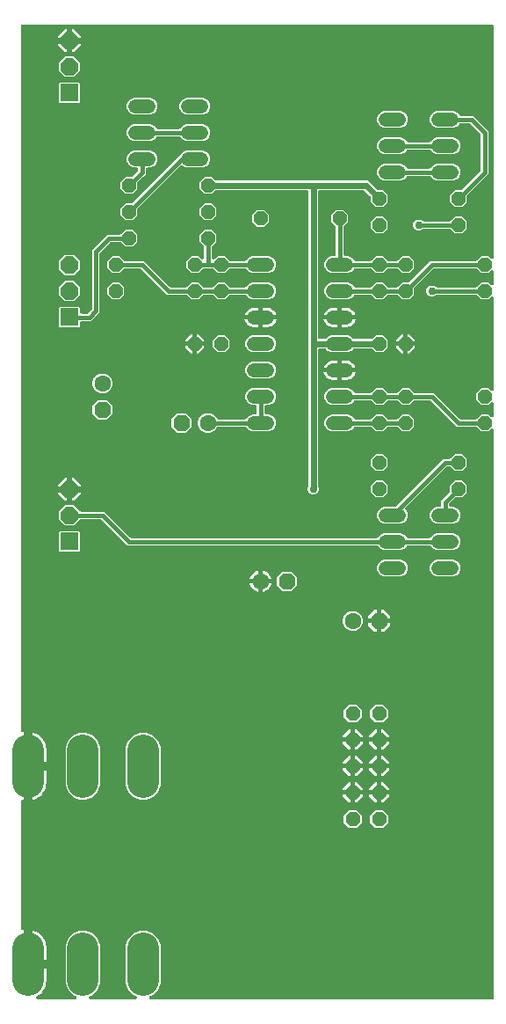
<source format=gtl>
G04 EAGLE Gerber RS-274X export*
G75*
%MOMM*%
%FSLAX34Y34*%
%LPD*%
%INTop Copper*%
%IPPOS*%
%AMOC8*
5,1,8,0,0,1.08239X$1,22.5*%
G01*
%ADD10P,1.429621X8X292.500000*%
%ADD11P,1.429621X8X112.500000*%
%ADD12P,1.732040X8X292.500000*%
%ADD13C,1.600200*%
%ADD14P,1.732040X8X202.500000*%
%ADD15C,1.320800*%
%ADD16P,1.429621X8X202.500000*%
%ADD17P,1.429621X8X22.500000*%
%ADD18R,1.676400X1.676400*%
%ADD19P,1.814519X8X22.500000*%
%ADD20P,1.732040X8X22.500000*%
%ADD21P,1.539592X8X292.500000*%
%ADD22C,3.048000*%
%ADD23C,0.406400*%
%ADD24C,0.609600*%
%ADD25C,0.756400*%

G36*
X61973Y10161D02*
X61973Y10161D01*
X61978Y10161D01*
X62172Y10181D01*
X62370Y10201D01*
X62374Y10202D01*
X62378Y10202D01*
X62566Y10261D01*
X62754Y10319D01*
X62758Y10321D01*
X62763Y10322D01*
X62937Y10418D01*
X63109Y10511D01*
X63112Y10513D01*
X63116Y10516D01*
X63269Y10644D01*
X63418Y10768D01*
X63421Y10772D01*
X63424Y10775D01*
X63549Y10931D01*
X63670Y11082D01*
X63672Y11086D01*
X63675Y11089D01*
X63767Y11270D01*
X63856Y11439D01*
X63857Y11444D01*
X63859Y11448D01*
X63913Y11638D01*
X63967Y11826D01*
X63967Y11831D01*
X63969Y11835D01*
X63984Y12028D01*
X64000Y12228D01*
X63999Y12232D01*
X64000Y12236D01*
X63976Y12430D01*
X63953Y12627D01*
X63952Y12632D01*
X63951Y12636D01*
X63890Y12821D01*
X63828Y13010D01*
X63826Y13014D01*
X63825Y13018D01*
X63728Y13187D01*
X63630Y13361D01*
X63627Y13364D01*
X63625Y13368D01*
X63497Y13515D01*
X63367Y13665D01*
X63363Y13668D01*
X63361Y13672D01*
X63204Y13792D01*
X63049Y13912D01*
X63045Y13914D01*
X63041Y13917D01*
X62746Y14069D01*
X60504Y14998D01*
X55788Y19714D01*
X53235Y25875D01*
X53235Y63025D01*
X55788Y69186D01*
X60504Y73902D01*
X66665Y76455D01*
X73335Y76455D01*
X79496Y73902D01*
X84212Y69186D01*
X86765Y63025D01*
X86765Y25875D01*
X84212Y19714D01*
X79496Y14998D01*
X77254Y14069D01*
X77250Y14067D01*
X77246Y14065D01*
X77073Y13972D01*
X76899Y13878D01*
X76895Y13876D01*
X76891Y13873D01*
X76743Y13749D01*
X76588Y13622D01*
X76586Y13619D01*
X76582Y13616D01*
X76459Y13463D01*
X76335Y13309D01*
X76333Y13305D01*
X76330Y13302D01*
X76240Y13128D01*
X76148Y12953D01*
X76146Y12949D01*
X76144Y12945D01*
X76090Y12757D01*
X76035Y12566D01*
X76034Y12562D01*
X76033Y12558D01*
X76017Y12360D01*
X76000Y12165D01*
X76000Y12161D01*
X76000Y12156D01*
X76023Y11962D01*
X76045Y11765D01*
X76047Y11761D01*
X76047Y11757D01*
X76108Y11571D01*
X76168Y11382D01*
X76170Y11378D01*
X76172Y11374D01*
X76269Y11202D01*
X76365Y11030D01*
X76368Y11027D01*
X76370Y11023D01*
X76498Y10875D01*
X76626Y10725D01*
X76630Y10722D01*
X76633Y10718D01*
X76788Y10598D01*
X76943Y10476D01*
X76947Y10474D01*
X76951Y10472D01*
X77129Y10383D01*
X77303Y10296D01*
X77307Y10294D01*
X77312Y10292D01*
X77503Y10241D01*
X77692Y10189D01*
X77696Y10189D01*
X77700Y10188D01*
X78031Y10161D01*
X119969Y10161D01*
X119973Y10161D01*
X119978Y10161D01*
X120172Y10181D01*
X120370Y10201D01*
X120374Y10202D01*
X120378Y10202D01*
X120566Y10261D01*
X120754Y10319D01*
X120758Y10321D01*
X120763Y10322D01*
X120937Y10418D01*
X121109Y10511D01*
X121112Y10513D01*
X121116Y10516D01*
X121269Y10644D01*
X121418Y10768D01*
X121421Y10772D01*
X121424Y10775D01*
X121549Y10931D01*
X121670Y11082D01*
X121672Y11086D01*
X121675Y11089D01*
X121767Y11270D01*
X121856Y11439D01*
X121857Y11444D01*
X121859Y11448D01*
X121913Y11638D01*
X121967Y11826D01*
X121967Y11831D01*
X121969Y11835D01*
X121984Y12028D01*
X122000Y12228D01*
X121999Y12232D01*
X122000Y12236D01*
X121976Y12430D01*
X121953Y12627D01*
X121952Y12632D01*
X121951Y12636D01*
X121890Y12821D01*
X121828Y13010D01*
X121826Y13014D01*
X121825Y13018D01*
X121728Y13187D01*
X121630Y13361D01*
X121627Y13364D01*
X121625Y13368D01*
X121497Y13515D01*
X121367Y13665D01*
X121363Y13668D01*
X121361Y13672D01*
X121204Y13792D01*
X121049Y13912D01*
X121045Y13914D01*
X121041Y13917D01*
X120746Y14069D01*
X118504Y14998D01*
X113788Y19714D01*
X111235Y25875D01*
X111235Y63025D01*
X113788Y69186D01*
X118504Y73902D01*
X124665Y76455D01*
X131335Y76455D01*
X137496Y73902D01*
X142212Y69186D01*
X144765Y63025D01*
X144765Y25875D01*
X142212Y19714D01*
X137496Y14998D01*
X135254Y14069D01*
X135250Y14067D01*
X135246Y14065D01*
X135073Y13972D01*
X134899Y13878D01*
X134895Y13876D01*
X134891Y13873D01*
X134743Y13749D01*
X134588Y13622D01*
X134586Y13619D01*
X134582Y13616D01*
X134459Y13463D01*
X134335Y13309D01*
X134333Y13305D01*
X134330Y13302D01*
X134240Y13128D01*
X134148Y12953D01*
X134146Y12949D01*
X134144Y12945D01*
X134090Y12757D01*
X134035Y12566D01*
X134034Y12562D01*
X134033Y12558D01*
X134017Y12360D01*
X134000Y12165D01*
X134000Y12161D01*
X134000Y12156D01*
X134023Y11962D01*
X134045Y11765D01*
X134047Y11761D01*
X134047Y11757D01*
X134108Y11571D01*
X134168Y11382D01*
X134170Y11378D01*
X134172Y11374D01*
X134269Y11202D01*
X134365Y11030D01*
X134368Y11027D01*
X134370Y11023D01*
X134498Y10875D01*
X134626Y10725D01*
X134630Y10722D01*
X134633Y10718D01*
X134788Y10598D01*
X134943Y10476D01*
X134947Y10474D01*
X134951Y10472D01*
X135129Y10383D01*
X135303Y10296D01*
X135307Y10294D01*
X135312Y10292D01*
X135503Y10241D01*
X135692Y10189D01*
X135696Y10189D01*
X135700Y10188D01*
X136031Y10161D01*
X464058Y10161D01*
X464076Y10163D01*
X464094Y10161D01*
X464276Y10182D01*
X464459Y10201D01*
X464476Y10206D01*
X464493Y10208D01*
X464668Y10265D01*
X464844Y10319D01*
X464859Y10327D01*
X464876Y10333D01*
X465036Y10423D01*
X465198Y10511D01*
X465211Y10522D01*
X465227Y10531D01*
X465366Y10651D01*
X465507Y10768D01*
X465518Y10782D01*
X465532Y10794D01*
X465644Y10939D01*
X465759Y11082D01*
X465767Y11098D01*
X465778Y11112D01*
X465860Y11277D01*
X465945Y11439D01*
X465950Y11456D01*
X465958Y11472D01*
X466005Y11651D01*
X466056Y11826D01*
X466058Y11844D01*
X466062Y11861D01*
X466089Y12192D01*
X466089Y557640D01*
X466088Y557648D01*
X466089Y557657D01*
X466068Y557849D01*
X466049Y558040D01*
X466047Y558049D01*
X466046Y558058D01*
X465988Y558240D01*
X465931Y558425D01*
X465927Y558433D01*
X465924Y558442D01*
X465831Y558610D01*
X465739Y558779D01*
X465734Y558786D01*
X465729Y558794D01*
X465605Y558941D01*
X465482Y559088D01*
X465475Y559094D01*
X465469Y559101D01*
X465318Y559220D01*
X465168Y559341D01*
X465160Y559345D01*
X465153Y559350D01*
X464980Y559438D01*
X464811Y559526D01*
X464802Y559529D01*
X464794Y559533D01*
X464608Y559585D01*
X464424Y559638D01*
X464415Y559638D01*
X464406Y559641D01*
X464213Y559655D01*
X464022Y559671D01*
X464014Y559670D01*
X464005Y559670D01*
X463812Y559646D01*
X463623Y559624D01*
X463614Y559621D01*
X463605Y559620D01*
X463422Y559558D01*
X463240Y559499D01*
X463232Y559494D01*
X463224Y559492D01*
X463058Y559396D01*
X462889Y559301D01*
X462882Y559295D01*
X462875Y559291D01*
X462622Y559076D01*
X460567Y557021D01*
X453833Y557021D01*
X449856Y560998D01*
X449835Y561015D01*
X449818Y561036D01*
X449680Y561143D01*
X449544Y561253D01*
X449521Y561266D01*
X449500Y561282D01*
X449343Y561360D01*
X449189Y561442D01*
X449163Y561450D01*
X449139Y561462D01*
X448970Y561507D01*
X448803Y561557D01*
X448776Y561559D01*
X448750Y561566D01*
X448420Y561593D01*
X430327Y561593D01*
X405522Y586398D01*
X405501Y586415D01*
X405483Y586436D01*
X405346Y586543D01*
X405210Y586653D01*
X405187Y586666D01*
X405165Y586682D01*
X405008Y586760D01*
X404854Y586842D01*
X404829Y586850D01*
X404805Y586862D01*
X404635Y586907D01*
X404469Y586957D01*
X404442Y586959D01*
X404416Y586966D01*
X404085Y586993D01*
X389780Y586993D01*
X389754Y586991D01*
X389727Y586993D01*
X389553Y586971D01*
X389380Y586953D01*
X389354Y586946D01*
X389328Y586942D01*
X389162Y586887D01*
X388995Y586835D01*
X388971Y586822D01*
X388946Y586814D01*
X388794Y586727D01*
X388641Y586643D01*
X388620Y586626D01*
X388597Y586613D01*
X388344Y586398D01*
X384367Y582421D01*
X377633Y582421D01*
X373656Y586398D01*
X373635Y586415D01*
X373618Y586436D01*
X373480Y586543D01*
X373344Y586653D01*
X373321Y586666D01*
X373300Y586682D01*
X373143Y586760D01*
X372989Y586842D01*
X372963Y586850D01*
X372939Y586862D01*
X372770Y586907D01*
X372603Y586957D01*
X372576Y586959D01*
X372550Y586966D01*
X372220Y586993D01*
X364380Y586993D01*
X364354Y586991D01*
X364327Y586993D01*
X364153Y586971D01*
X363980Y586953D01*
X363954Y586946D01*
X363928Y586942D01*
X363762Y586886D01*
X363595Y586835D01*
X363571Y586822D01*
X363546Y586814D01*
X363394Y586727D01*
X363241Y586643D01*
X363220Y586626D01*
X363197Y586613D01*
X362944Y586398D01*
X358967Y582421D01*
X352233Y582421D01*
X348256Y586398D01*
X348235Y586415D01*
X348218Y586436D01*
X348080Y586543D01*
X347944Y586653D01*
X347921Y586666D01*
X347900Y586682D01*
X347743Y586760D01*
X347589Y586842D01*
X347563Y586850D01*
X347539Y586862D01*
X347370Y586907D01*
X347203Y586957D01*
X347176Y586959D01*
X347150Y586966D01*
X346820Y586993D01*
X332786Y586993D01*
X332764Y586991D01*
X332742Y586993D01*
X332565Y586971D01*
X332386Y586953D01*
X332365Y586947D01*
X332342Y586944D01*
X332173Y586888D01*
X332001Y586835D01*
X331981Y586825D01*
X331960Y586818D01*
X331805Y586729D01*
X331647Y586643D01*
X331630Y586629D01*
X331610Y586618D01*
X331475Y586500D01*
X331338Y586386D01*
X331324Y586368D01*
X331307Y586354D01*
X331198Y586212D01*
X331085Y586072D01*
X331075Y586052D01*
X331061Y586034D01*
X331037Y585988D01*
X328709Y583659D01*
X325721Y582421D01*
X309279Y582421D01*
X306291Y583659D01*
X304005Y585945D01*
X302767Y588933D01*
X302767Y592167D01*
X304005Y595155D01*
X306291Y597441D01*
X309279Y598679D01*
X325721Y598679D01*
X328709Y597441D01*
X331049Y595101D01*
X331100Y595006D01*
X331114Y594989D01*
X331125Y594969D01*
X331242Y594834D01*
X331356Y594695D01*
X331374Y594681D01*
X331388Y594664D01*
X331530Y594555D01*
X331669Y594442D01*
X331689Y594431D01*
X331706Y594418D01*
X331867Y594338D01*
X332026Y594255D01*
X332047Y594248D01*
X332067Y594238D01*
X332241Y594192D01*
X332412Y594142D01*
X332434Y594140D01*
X332456Y594134D01*
X332786Y594107D01*
X346820Y594107D01*
X346846Y594109D01*
X346873Y594107D01*
X347047Y594129D01*
X347220Y594147D01*
X347246Y594154D01*
X347272Y594158D01*
X347438Y594214D01*
X347605Y594265D01*
X347629Y594278D01*
X347654Y594286D01*
X347806Y594373D01*
X347959Y594457D01*
X347980Y594474D01*
X348003Y594487D01*
X348256Y594702D01*
X352233Y598679D01*
X358967Y598679D01*
X362944Y594702D01*
X362965Y594685D01*
X362982Y594664D01*
X363120Y594557D01*
X363256Y594447D01*
X363279Y594434D01*
X363300Y594418D01*
X363457Y594340D01*
X363611Y594258D01*
X363637Y594250D01*
X363661Y594238D01*
X363830Y594193D01*
X363997Y594143D01*
X364024Y594141D01*
X364050Y594134D01*
X364380Y594107D01*
X372220Y594107D01*
X372246Y594109D01*
X372273Y594107D01*
X372447Y594129D01*
X372620Y594147D01*
X372646Y594154D01*
X372672Y594158D01*
X372838Y594213D01*
X373005Y594265D01*
X373029Y594278D01*
X373054Y594286D01*
X373206Y594373D01*
X373359Y594457D01*
X373380Y594474D01*
X373403Y594487D01*
X373656Y594702D01*
X377633Y598679D01*
X384367Y598679D01*
X388344Y594702D01*
X388365Y594685D01*
X388382Y594664D01*
X388520Y594557D01*
X388656Y594447D01*
X388679Y594434D01*
X388700Y594418D01*
X388857Y594340D01*
X389011Y594258D01*
X389037Y594250D01*
X389061Y594238D01*
X389230Y594193D01*
X389397Y594143D01*
X389424Y594141D01*
X389450Y594134D01*
X389780Y594107D01*
X407873Y594107D01*
X432678Y569302D01*
X432699Y569285D01*
X432717Y569264D01*
X432854Y569157D01*
X432990Y569047D01*
X433013Y569034D01*
X433035Y569018D01*
X433192Y568940D01*
X433346Y568858D01*
X433371Y568850D01*
X433395Y568838D01*
X433565Y568793D01*
X433731Y568743D01*
X433758Y568741D01*
X433784Y568734D01*
X434115Y568707D01*
X448420Y568707D01*
X448446Y568709D01*
X448473Y568707D01*
X448647Y568729D01*
X448820Y568747D01*
X448846Y568754D01*
X448872Y568758D01*
X449038Y568814D01*
X449205Y568865D01*
X449229Y568878D01*
X449254Y568886D01*
X449406Y568973D01*
X449559Y569057D01*
X449580Y569074D01*
X449603Y569087D01*
X449856Y569302D01*
X453833Y573279D01*
X460567Y573279D01*
X462622Y571224D01*
X462629Y571218D01*
X462634Y571212D01*
X462784Y571091D01*
X462933Y570969D01*
X462941Y570965D01*
X462948Y570959D01*
X463118Y570871D01*
X463289Y570780D01*
X463298Y570778D01*
X463305Y570774D01*
X463490Y570721D01*
X463675Y570666D01*
X463684Y570665D01*
X463692Y570662D01*
X463883Y570647D01*
X464076Y570629D01*
X464085Y570630D01*
X464094Y570629D01*
X464283Y570652D01*
X464476Y570673D01*
X464485Y570675D01*
X464493Y570676D01*
X464675Y570736D01*
X464860Y570794D01*
X464868Y570798D01*
X464876Y570801D01*
X465045Y570896D01*
X465212Y570989D01*
X465219Y570995D01*
X465227Y570999D01*
X465373Y571125D01*
X465519Y571249D01*
X465525Y571256D01*
X465532Y571262D01*
X465649Y571414D01*
X465769Y571565D01*
X465773Y571573D01*
X465778Y571580D01*
X465864Y571752D01*
X465951Y571924D01*
X465954Y571933D01*
X465958Y571941D01*
X466008Y572127D01*
X466059Y572312D01*
X466060Y572321D01*
X466062Y572330D01*
X466089Y572660D01*
X466089Y583040D01*
X466088Y583048D01*
X466089Y583057D01*
X466068Y583249D01*
X466049Y583440D01*
X466047Y583449D01*
X466046Y583458D01*
X465988Y583640D01*
X465931Y583825D01*
X465927Y583833D01*
X465924Y583842D01*
X465831Y584010D01*
X465739Y584179D01*
X465734Y584186D01*
X465729Y584194D01*
X465605Y584341D01*
X465482Y584488D01*
X465475Y584494D01*
X465469Y584501D01*
X465318Y584620D01*
X465168Y584741D01*
X465160Y584745D01*
X465153Y584750D01*
X464980Y584838D01*
X464811Y584926D01*
X464802Y584929D01*
X464794Y584933D01*
X464608Y584985D01*
X464424Y585038D01*
X464415Y585038D01*
X464406Y585041D01*
X464213Y585055D01*
X464022Y585071D01*
X464014Y585070D01*
X464005Y585070D01*
X463812Y585046D01*
X463623Y585024D01*
X463614Y585021D01*
X463605Y585020D01*
X463422Y584958D01*
X463240Y584899D01*
X463232Y584894D01*
X463224Y584892D01*
X463058Y584796D01*
X462889Y584701D01*
X462882Y584695D01*
X462875Y584691D01*
X462622Y584476D01*
X460567Y582421D01*
X453833Y582421D01*
X449071Y587183D01*
X449071Y593917D01*
X453833Y598679D01*
X460567Y598679D01*
X462622Y596624D01*
X462629Y596618D01*
X462634Y596612D01*
X462784Y596491D01*
X462933Y596369D01*
X462941Y596365D01*
X462948Y596359D01*
X463118Y596271D01*
X463289Y596180D01*
X463298Y596178D01*
X463305Y596174D01*
X463490Y596121D01*
X463675Y596066D01*
X463684Y596065D01*
X463692Y596062D01*
X463883Y596047D01*
X464076Y596029D01*
X464085Y596030D01*
X464094Y596029D01*
X464283Y596052D01*
X464476Y596073D01*
X464485Y596075D01*
X464493Y596076D01*
X464675Y596136D01*
X464860Y596194D01*
X464868Y596198D01*
X464876Y596201D01*
X465045Y596296D01*
X465212Y596389D01*
X465219Y596395D01*
X465227Y596399D01*
X465373Y596525D01*
X465519Y596649D01*
X465525Y596656D01*
X465532Y596662D01*
X465649Y596814D01*
X465769Y596965D01*
X465773Y596973D01*
X465778Y596980D01*
X465864Y597152D01*
X465951Y597324D01*
X465954Y597333D01*
X465958Y597341D01*
X466008Y597527D01*
X466059Y597712D01*
X466060Y597721D01*
X466062Y597730D01*
X466089Y598060D01*
X466089Y684640D01*
X466088Y684648D01*
X466089Y684657D01*
X466068Y684849D01*
X466049Y685040D01*
X466047Y685049D01*
X466046Y685058D01*
X465988Y685240D01*
X465931Y685425D01*
X465927Y685433D01*
X465924Y685442D01*
X465831Y685610D01*
X465739Y685779D01*
X465734Y685786D01*
X465729Y685794D01*
X465605Y685941D01*
X465482Y686088D01*
X465475Y686094D01*
X465469Y686101D01*
X465318Y686220D01*
X465168Y686341D01*
X465160Y686345D01*
X465153Y686350D01*
X464980Y686438D01*
X464811Y686526D01*
X464802Y686529D01*
X464794Y686533D01*
X464608Y686585D01*
X464424Y686638D01*
X464415Y686638D01*
X464406Y686641D01*
X464213Y686655D01*
X464022Y686671D01*
X464014Y686670D01*
X464005Y686670D01*
X463812Y686646D01*
X463623Y686624D01*
X463614Y686621D01*
X463605Y686620D01*
X463422Y686558D01*
X463240Y686499D01*
X463232Y686494D01*
X463224Y686492D01*
X463058Y686396D01*
X462889Y686301D01*
X462882Y686295D01*
X462875Y686291D01*
X462622Y686076D01*
X460567Y684021D01*
X453833Y684021D01*
X449856Y687998D01*
X449835Y688015D01*
X449818Y688036D01*
X449680Y688143D01*
X449544Y688253D01*
X449521Y688266D01*
X449500Y688282D01*
X449343Y688360D01*
X449189Y688442D01*
X449163Y688450D01*
X449139Y688462D01*
X448970Y688507D01*
X448803Y688557D01*
X448776Y688559D01*
X448750Y688566D01*
X448420Y688593D01*
X411190Y688593D01*
X411163Y688591D01*
X411136Y688593D01*
X410962Y688571D01*
X410789Y688553D01*
X410763Y688546D01*
X410737Y688542D01*
X410571Y688487D01*
X410404Y688435D01*
X410380Y688422D01*
X410355Y688414D01*
X410203Y688327D01*
X410050Y688243D01*
X410029Y688226D01*
X410006Y688213D01*
X409753Y687998D01*
X409406Y687651D01*
X407456Y686843D01*
X405344Y686843D01*
X403394Y687651D01*
X401901Y689144D01*
X401093Y691094D01*
X401093Y693206D01*
X401901Y695156D01*
X403394Y696649D01*
X403955Y696881D01*
X405344Y697457D01*
X407456Y697457D01*
X409406Y696649D01*
X409753Y696302D01*
X409774Y696285D01*
X409791Y696264D01*
X409929Y696157D01*
X410065Y696047D01*
X410088Y696034D01*
X410109Y696018D01*
X410266Y695940D01*
X410420Y695858D01*
X410446Y695850D01*
X410470Y695838D01*
X410639Y695793D01*
X410806Y695743D01*
X410833Y695741D01*
X410859Y695734D01*
X411190Y695707D01*
X448420Y695707D01*
X448446Y695709D01*
X448473Y695707D01*
X448647Y695729D01*
X448820Y695747D01*
X448846Y695754D01*
X448872Y695758D01*
X449038Y695814D01*
X449205Y695865D01*
X449229Y695878D01*
X449254Y695886D01*
X449406Y695973D01*
X449559Y696057D01*
X449580Y696074D01*
X449603Y696087D01*
X449856Y696302D01*
X453833Y700279D01*
X460567Y700279D01*
X462622Y698224D01*
X462629Y698218D01*
X462634Y698212D01*
X462784Y698091D01*
X462933Y697969D01*
X462941Y697965D01*
X462948Y697959D01*
X463118Y697871D01*
X463289Y697780D01*
X463298Y697778D01*
X463305Y697774D01*
X463490Y697721D01*
X463675Y697666D01*
X463684Y697665D01*
X463692Y697662D01*
X463883Y697647D01*
X464076Y697629D01*
X464085Y697630D01*
X464094Y697629D01*
X464283Y697652D01*
X464476Y697673D01*
X464485Y697675D01*
X464493Y697676D01*
X464675Y697736D01*
X464860Y697794D01*
X464868Y697798D01*
X464876Y697801D01*
X465045Y697896D01*
X465212Y697989D01*
X465219Y697995D01*
X465227Y697999D01*
X465373Y698125D01*
X465519Y698249D01*
X465525Y698256D01*
X465532Y698262D01*
X465649Y698414D01*
X465769Y698565D01*
X465773Y698573D01*
X465778Y698580D01*
X465864Y698752D01*
X465951Y698924D01*
X465954Y698933D01*
X465958Y698941D01*
X466007Y699126D01*
X466059Y699312D01*
X466060Y699321D01*
X466062Y699330D01*
X466089Y699660D01*
X466089Y710040D01*
X466088Y710048D01*
X466089Y710057D01*
X466068Y710249D01*
X466049Y710440D01*
X466047Y710449D01*
X466046Y710458D01*
X465988Y710640D01*
X465931Y710825D01*
X465927Y710833D01*
X465924Y710842D01*
X465831Y711010D01*
X465739Y711179D01*
X465734Y711186D01*
X465729Y711194D01*
X465605Y711341D01*
X465482Y711488D01*
X465475Y711494D01*
X465469Y711501D01*
X465318Y711620D01*
X465168Y711741D01*
X465160Y711745D01*
X465153Y711750D01*
X464980Y711838D01*
X464811Y711926D01*
X464802Y711929D01*
X464794Y711933D01*
X464608Y711985D01*
X464424Y712038D01*
X464415Y712038D01*
X464406Y712041D01*
X464213Y712055D01*
X464022Y712071D01*
X464014Y712070D01*
X464005Y712070D01*
X463812Y712046D01*
X463623Y712024D01*
X463614Y712021D01*
X463605Y712020D01*
X463422Y711958D01*
X463240Y711899D01*
X463232Y711894D01*
X463224Y711892D01*
X463058Y711796D01*
X462889Y711701D01*
X462882Y711695D01*
X462875Y711691D01*
X462622Y711476D01*
X460567Y709421D01*
X453833Y709421D01*
X449856Y713398D01*
X449835Y713415D01*
X449818Y713436D01*
X449680Y713543D01*
X449544Y713653D01*
X449521Y713666D01*
X449500Y713682D01*
X449343Y713760D01*
X449189Y713842D01*
X449163Y713850D01*
X449139Y713862D01*
X448970Y713907D01*
X448803Y713957D01*
X448776Y713959D01*
X448750Y713966D01*
X448420Y713993D01*
X408715Y713993D01*
X408688Y713991D01*
X408661Y713993D01*
X408487Y713971D01*
X408314Y713953D01*
X408289Y713946D01*
X408262Y713942D01*
X408096Y713887D01*
X407929Y713835D01*
X407906Y713822D01*
X407880Y713814D01*
X407729Y713727D01*
X407575Y713643D01*
X407555Y713626D01*
X407531Y713613D01*
X407278Y713398D01*
X389724Y695844D01*
X389707Y695823D01*
X389686Y695805D01*
X389579Y695668D01*
X389469Y695532D01*
X389456Y695509D01*
X389440Y695487D01*
X389362Y695330D01*
X389280Y695176D01*
X389272Y695151D01*
X389260Y695127D01*
X389215Y694957D01*
X389165Y694791D01*
X389163Y694764D01*
X389156Y694738D01*
X389129Y694407D01*
X389129Y688783D01*
X384367Y684021D01*
X377633Y684021D01*
X373656Y687998D01*
X373635Y688015D01*
X373618Y688036D01*
X373480Y688143D01*
X373344Y688253D01*
X373321Y688266D01*
X373300Y688282D01*
X373143Y688360D01*
X372989Y688442D01*
X372963Y688450D01*
X372939Y688462D01*
X372770Y688507D01*
X372603Y688557D01*
X372576Y688559D01*
X372550Y688566D01*
X372220Y688593D01*
X364380Y688593D01*
X364354Y688591D01*
X364327Y688593D01*
X364153Y688571D01*
X363980Y688553D01*
X363954Y688546D01*
X363928Y688542D01*
X363762Y688486D01*
X363595Y688435D01*
X363571Y688422D01*
X363546Y688414D01*
X363394Y688327D01*
X363241Y688243D01*
X363220Y688226D01*
X363197Y688213D01*
X362944Y687998D01*
X358967Y684021D01*
X352233Y684021D01*
X348256Y687998D01*
X348235Y688015D01*
X348218Y688036D01*
X348080Y688143D01*
X347944Y688253D01*
X347921Y688266D01*
X347900Y688282D01*
X347743Y688360D01*
X347589Y688442D01*
X347563Y688450D01*
X347539Y688462D01*
X347370Y688507D01*
X347203Y688557D01*
X347176Y688559D01*
X347150Y688566D01*
X346820Y688593D01*
X332786Y688593D01*
X332764Y688591D01*
X332742Y688593D01*
X332565Y688571D01*
X332386Y688553D01*
X332365Y688547D01*
X332342Y688544D01*
X332173Y688488D01*
X332001Y688435D01*
X331981Y688425D01*
X331960Y688418D01*
X331805Y688329D01*
X331647Y688243D01*
X331630Y688229D01*
X331610Y688218D01*
X331475Y688100D01*
X331338Y687986D01*
X331324Y687968D01*
X331307Y687954D01*
X331198Y687812D01*
X331085Y687672D01*
X331075Y687652D01*
X331061Y687634D01*
X331037Y687588D01*
X328709Y685259D01*
X325721Y684021D01*
X309279Y684021D01*
X306291Y685259D01*
X304005Y687545D01*
X302767Y690533D01*
X302767Y693767D01*
X304005Y696755D01*
X306291Y699041D01*
X309279Y700279D01*
X325721Y700279D01*
X328709Y699041D01*
X331049Y696701D01*
X331100Y696606D01*
X331114Y696589D01*
X331125Y696569D01*
X331242Y696434D01*
X331356Y696295D01*
X331374Y696281D01*
X331388Y696264D01*
X331530Y696155D01*
X331669Y696042D01*
X331689Y696031D01*
X331706Y696018D01*
X331867Y695938D01*
X332026Y695855D01*
X332047Y695848D01*
X332067Y695838D01*
X332241Y695792D01*
X332412Y695742D01*
X332434Y695740D01*
X332456Y695734D01*
X332786Y695707D01*
X346820Y695707D01*
X346846Y695709D01*
X346873Y695707D01*
X347047Y695729D01*
X347220Y695747D01*
X347246Y695754D01*
X347272Y695758D01*
X347438Y695814D01*
X347605Y695865D01*
X347629Y695878D01*
X347654Y695886D01*
X347806Y695973D01*
X347959Y696057D01*
X347980Y696074D01*
X348003Y696087D01*
X348256Y696302D01*
X352233Y700279D01*
X358967Y700279D01*
X362944Y696302D01*
X362965Y696285D01*
X362982Y696264D01*
X363120Y696157D01*
X363256Y696047D01*
X363279Y696034D01*
X363300Y696018D01*
X363457Y695940D01*
X363611Y695858D01*
X363637Y695850D01*
X363661Y695838D01*
X363830Y695793D01*
X363997Y695743D01*
X364024Y695741D01*
X364050Y695734D01*
X364380Y695707D01*
X372220Y695707D01*
X372246Y695709D01*
X372273Y695707D01*
X372447Y695729D01*
X372620Y695747D01*
X372646Y695754D01*
X372672Y695758D01*
X372838Y695814D01*
X373005Y695865D01*
X373029Y695878D01*
X373054Y695886D01*
X373206Y695973D01*
X373359Y696057D01*
X373380Y696074D01*
X373403Y696087D01*
X373656Y696302D01*
X377633Y700279D01*
X383257Y700279D01*
X383284Y700281D01*
X383311Y700279D01*
X383485Y700301D01*
X383658Y700319D01*
X383683Y700326D01*
X383710Y700330D01*
X383876Y700385D01*
X384043Y700437D01*
X384066Y700450D01*
X384092Y700458D01*
X384243Y700545D01*
X384397Y700629D01*
X384417Y700646D01*
X384441Y700659D01*
X384694Y700874D01*
X404927Y721107D01*
X448420Y721107D01*
X448446Y721109D01*
X448473Y721107D01*
X448647Y721129D01*
X448820Y721147D01*
X448846Y721154D01*
X448872Y721158D01*
X449038Y721214D01*
X449205Y721265D01*
X449229Y721278D01*
X449254Y721286D01*
X449406Y721373D01*
X449559Y721457D01*
X449580Y721474D01*
X449603Y721487D01*
X449856Y721702D01*
X453833Y725679D01*
X460567Y725679D01*
X462622Y723624D01*
X462629Y723618D01*
X462634Y723612D01*
X462784Y723491D01*
X462933Y723369D01*
X462941Y723365D01*
X462948Y723359D01*
X463118Y723271D01*
X463289Y723180D01*
X463298Y723178D01*
X463305Y723174D01*
X463490Y723121D01*
X463675Y723066D01*
X463684Y723065D01*
X463692Y723062D01*
X463883Y723047D01*
X464076Y723029D01*
X464085Y723030D01*
X464094Y723029D01*
X464283Y723052D01*
X464476Y723073D01*
X464485Y723075D01*
X464493Y723076D01*
X464675Y723136D01*
X464860Y723194D01*
X464868Y723198D01*
X464876Y723201D01*
X465045Y723296D01*
X465212Y723389D01*
X465219Y723395D01*
X465227Y723399D01*
X465373Y723525D01*
X465519Y723649D01*
X465525Y723656D01*
X465532Y723662D01*
X465649Y723814D01*
X465769Y723965D01*
X465773Y723973D01*
X465778Y723980D01*
X465864Y724152D01*
X465951Y724324D01*
X465954Y724333D01*
X465958Y724341D01*
X466008Y724527D01*
X466059Y724712D01*
X466060Y724721D01*
X466062Y724730D01*
X466089Y725060D01*
X466089Y946655D01*
X466087Y946673D01*
X466089Y946691D01*
X466068Y946874D01*
X466049Y947056D01*
X466044Y947073D01*
X466042Y947091D01*
X465985Y947266D01*
X465931Y947441D01*
X465923Y947457D01*
X465917Y947474D01*
X465827Y947634D01*
X465739Y947795D01*
X465728Y947809D01*
X465719Y947825D01*
X465599Y947964D01*
X465482Y948104D01*
X465468Y948116D01*
X465456Y948129D01*
X465311Y948242D01*
X465168Y948357D01*
X465152Y948365D01*
X465138Y948376D01*
X464973Y948458D01*
X464811Y948542D01*
X464793Y948547D01*
X464777Y948555D01*
X464599Y948603D01*
X464424Y948654D01*
X464406Y948655D01*
X464388Y948660D01*
X464058Y948687D01*
X12192Y948592D01*
X12174Y948590D01*
X12156Y948592D01*
X11974Y948570D01*
X11791Y948552D01*
X11774Y948547D01*
X11757Y948545D01*
X11581Y948487D01*
X11406Y948434D01*
X11391Y948425D01*
X11374Y948420D01*
X11213Y948329D01*
X11052Y948242D01*
X11039Y948231D01*
X11023Y948222D01*
X10884Y948102D01*
X10743Y947984D01*
X10732Y947970D01*
X10718Y947959D01*
X10606Y947814D01*
X10491Y947670D01*
X10482Y947655D01*
X10472Y947641D01*
X10390Y947476D01*
X10305Y947313D01*
X10300Y947296D01*
X10292Y947280D01*
X10245Y947102D01*
X10194Y946926D01*
X10192Y946908D01*
X10188Y946891D01*
X10161Y946561D01*
X10161Y269413D01*
X10169Y269331D01*
X10167Y269249D01*
X10189Y269131D01*
X10201Y269012D01*
X10225Y268933D01*
X10239Y268853D01*
X10284Y268741D01*
X10319Y268627D01*
X10358Y268555D01*
X10388Y268478D01*
X10454Y268378D01*
X10511Y268273D01*
X10563Y268210D01*
X10608Y268141D01*
X10692Y268055D01*
X10768Y267964D01*
X10832Y267912D01*
X10890Y267854D01*
X10989Y267786D01*
X11082Y267711D01*
X11155Y267674D01*
X11223Y267627D01*
X11333Y267581D01*
X11439Y267526D01*
X11518Y267503D01*
X11594Y267471D01*
X11711Y267448D01*
X11826Y267414D01*
X11908Y267408D01*
X11989Y267391D01*
X12108Y267391D01*
X12228Y267382D01*
X12309Y267391D01*
X12391Y267391D01*
X12541Y267418D01*
X12627Y267429D01*
X12666Y267441D01*
X12718Y267451D01*
X12937Y267509D01*
X12937Y236982D01*
X12939Y236964D01*
X12937Y236947D01*
X12958Y236764D01*
X12977Y236582D01*
X12982Y236564D01*
X12984Y236547D01*
X13041Y236372D01*
X13095Y236197D01*
X13103Y236181D01*
X13109Y236164D01*
X13199Y236004D01*
X13287Y235843D01*
X13298Y235829D01*
X13307Y235813D01*
X13427Y235674D01*
X13544Y235533D01*
X13558Y235522D01*
X13570Y235509D01*
X13715Y235396D01*
X13858Y235281D01*
X13874Y235273D01*
X13888Y235262D01*
X14053Y235180D01*
X14215Y235095D01*
X14232Y235091D01*
X14249Y235083D01*
X14427Y235035D01*
X14602Y234984D01*
X14620Y234983D01*
X14637Y234978D01*
X14968Y234951D01*
X17001Y234951D01*
X17001Y234949D01*
X14968Y234949D01*
X14950Y234947D01*
X14932Y234949D01*
X14750Y234927D01*
X14567Y234909D01*
X14550Y234904D01*
X14533Y234902D01*
X14358Y234845D01*
X14182Y234791D01*
X14167Y234783D01*
X14150Y234777D01*
X13990Y234687D01*
X13828Y234599D01*
X13815Y234588D01*
X13799Y234579D01*
X13660Y234459D01*
X13519Y234342D01*
X13508Y234328D01*
X13495Y234316D01*
X13382Y234171D01*
X13267Y234028D01*
X13259Y234012D01*
X13248Y233998D01*
X13166Y233833D01*
X13081Y233670D01*
X13076Y233653D01*
X13068Y233637D01*
X13021Y233459D01*
X12970Y233284D01*
X12968Y233266D01*
X12964Y233249D01*
X12937Y232918D01*
X12937Y202391D01*
X12718Y202449D01*
X12637Y202463D01*
X12558Y202486D01*
X12438Y202495D01*
X12320Y202515D01*
X12238Y202512D01*
X12156Y202518D01*
X12038Y202504D01*
X11918Y202500D01*
X11838Y202481D01*
X11757Y202471D01*
X11643Y202434D01*
X11526Y202407D01*
X11452Y202372D01*
X11374Y202347D01*
X11270Y202288D01*
X11161Y202238D01*
X11095Y202189D01*
X11023Y202149D01*
X10933Y202071D01*
X10836Y202000D01*
X10781Y201939D01*
X10718Y201886D01*
X10645Y201791D01*
X10564Y201703D01*
X10522Y201632D01*
X10472Y201567D01*
X10418Y201460D01*
X10357Y201358D01*
X10329Y201280D01*
X10292Y201207D01*
X10261Y201091D01*
X10221Y200979D01*
X10209Y200898D01*
X10188Y200818D01*
X10175Y200666D01*
X10163Y200580D01*
X10165Y200540D01*
X10161Y200487D01*
X10161Y78913D01*
X10169Y78831D01*
X10167Y78749D01*
X10189Y78631D01*
X10201Y78512D01*
X10225Y78433D01*
X10239Y78353D01*
X10284Y78241D01*
X10319Y78127D01*
X10358Y78055D01*
X10388Y77978D01*
X10454Y77878D01*
X10511Y77773D01*
X10563Y77710D01*
X10608Y77641D01*
X10692Y77555D01*
X10768Y77464D01*
X10832Y77412D01*
X10890Y77354D01*
X10989Y77286D01*
X11082Y77211D01*
X11155Y77174D01*
X11223Y77127D01*
X11333Y77081D01*
X11439Y77026D01*
X11518Y77003D01*
X11594Y76971D01*
X11711Y76948D01*
X11826Y76914D01*
X11908Y76908D01*
X11989Y76891D01*
X12108Y76891D01*
X12228Y76882D01*
X12309Y76891D01*
X12391Y76891D01*
X12541Y76918D01*
X12627Y76929D01*
X12666Y76941D01*
X12718Y76951D01*
X12937Y77009D01*
X12937Y46482D01*
X12939Y46464D01*
X12937Y46447D01*
X12958Y46264D01*
X12977Y46082D01*
X12982Y46064D01*
X12984Y46047D01*
X13041Y45872D01*
X13095Y45697D01*
X13103Y45681D01*
X13109Y45664D01*
X13199Y45504D01*
X13287Y45343D01*
X13298Y45329D01*
X13307Y45313D01*
X13427Y45174D01*
X13544Y45033D01*
X13558Y45022D01*
X13570Y45009D01*
X13715Y44896D01*
X13858Y44781D01*
X13874Y44773D01*
X13888Y44762D01*
X14053Y44680D01*
X14215Y44595D01*
X14232Y44591D01*
X14249Y44583D01*
X14427Y44535D01*
X14602Y44484D01*
X14620Y44483D01*
X14637Y44478D01*
X14968Y44451D01*
X17001Y44451D01*
X17001Y42418D01*
X17003Y42400D01*
X17001Y42382D01*
X17023Y42200D01*
X17041Y42017D01*
X17046Y42000D01*
X17048Y41983D01*
X17105Y41808D01*
X17159Y41632D01*
X17167Y41617D01*
X17173Y41600D01*
X17263Y41440D01*
X17351Y41278D01*
X17362Y41265D01*
X17371Y41249D01*
X17491Y41110D01*
X17608Y40969D01*
X17622Y40958D01*
X17634Y40945D01*
X17779Y40832D01*
X17922Y40717D01*
X17938Y40709D01*
X17952Y40698D01*
X18117Y40616D01*
X18280Y40531D01*
X18297Y40526D01*
X18313Y40518D01*
X18491Y40471D01*
X18666Y40420D01*
X18684Y40418D01*
X18701Y40414D01*
X19032Y40387D01*
X34781Y40387D01*
X34781Y28045D01*
X34476Y25734D01*
X33873Y23482D01*
X32981Y21329D01*
X31816Y19310D01*
X30397Y17461D01*
X28749Y15813D01*
X26900Y14394D01*
X26132Y13951D01*
X26073Y13908D01*
X26008Y13873D01*
X25910Y13791D01*
X25805Y13716D01*
X25755Y13663D01*
X25699Y13616D01*
X25618Y13515D01*
X25531Y13422D01*
X25493Y13359D01*
X25447Y13302D01*
X25388Y13188D01*
X25320Y13078D01*
X25295Y13010D01*
X25261Y12945D01*
X25226Y12821D01*
X25181Y12701D01*
X25170Y12628D01*
X25150Y12558D01*
X25139Y12429D01*
X25120Y12303D01*
X25123Y12230D01*
X25117Y12156D01*
X25132Y12029D01*
X25138Y11901D01*
X25155Y11829D01*
X25164Y11757D01*
X25204Y11634D01*
X25235Y11510D01*
X25266Y11444D01*
X25289Y11374D01*
X25352Y11262D01*
X25407Y11146D01*
X25451Y11087D01*
X25487Y11023D01*
X25571Y10926D01*
X25647Y10823D01*
X25702Y10774D01*
X25750Y10718D01*
X25851Y10640D01*
X25947Y10554D01*
X26010Y10517D01*
X26068Y10472D01*
X26183Y10415D01*
X26293Y10349D01*
X26363Y10325D01*
X26428Y10292D01*
X26552Y10259D01*
X26674Y10217D01*
X26746Y10207D01*
X26817Y10188D01*
X26986Y10174D01*
X27073Y10162D01*
X27106Y10164D01*
X27148Y10161D01*
X61969Y10161D01*
X61973Y10161D01*
G37*
%LPC*%
G36*
X291044Y496343D02*
X291044Y496343D01*
X289094Y497151D01*
X287601Y498644D01*
X286793Y500594D01*
X286793Y502706D01*
X287373Y504104D01*
X287382Y504134D01*
X287396Y504162D01*
X287440Y504327D01*
X287489Y504490D01*
X287492Y504521D01*
X287500Y504551D01*
X287527Y504882D01*
X287527Y787146D01*
X287525Y787164D01*
X287527Y787182D01*
X287506Y787364D01*
X287487Y787547D01*
X287482Y787564D01*
X287480Y787581D01*
X287423Y787756D01*
X287369Y787932D01*
X287361Y787947D01*
X287355Y787964D01*
X287265Y788124D01*
X287177Y788286D01*
X287166Y788299D01*
X287157Y788315D01*
X287037Y788454D01*
X286920Y788595D01*
X286906Y788606D01*
X286894Y788620D01*
X286749Y788732D01*
X286606Y788847D01*
X286590Y788855D01*
X286576Y788866D01*
X286411Y788948D01*
X286249Y789033D01*
X286232Y789038D01*
X286216Y789046D01*
X286037Y789093D01*
X285862Y789144D01*
X285844Y789146D01*
X285827Y789150D01*
X285496Y789177D01*
X198264Y789177D01*
X198238Y789175D01*
X198211Y789177D01*
X198037Y789155D01*
X197864Y789137D01*
X197838Y789130D01*
X197812Y789126D01*
X197646Y789071D01*
X197479Y789019D01*
X197455Y789006D01*
X197430Y788998D01*
X197278Y788911D01*
X197125Y788827D01*
X197104Y788810D01*
X197081Y788797D01*
X196828Y788582D01*
X193867Y785621D01*
X187133Y785621D01*
X182371Y790383D01*
X182371Y797117D01*
X187133Y801879D01*
X193867Y801879D01*
X196828Y798918D01*
X196849Y798901D01*
X196866Y798880D01*
X197004Y798773D01*
X197140Y798663D01*
X197163Y798650D01*
X197184Y798634D01*
X197341Y798556D01*
X197495Y798474D01*
X197521Y798466D01*
X197545Y798454D01*
X197714Y798409D01*
X197881Y798359D01*
X197908Y798357D01*
X197934Y798350D01*
X198264Y798323D01*
X343810Y798323D01*
X345490Y797627D01*
X353343Y789774D01*
X353364Y789757D01*
X353381Y789736D01*
X353519Y789629D01*
X353655Y789519D01*
X353678Y789506D01*
X353699Y789490D01*
X353856Y789412D01*
X354010Y789330D01*
X354036Y789322D01*
X354060Y789310D01*
X354229Y789265D01*
X354396Y789215D01*
X354423Y789213D01*
X354449Y789206D01*
X354779Y789179D01*
X358967Y789179D01*
X363729Y784417D01*
X363729Y777683D01*
X358967Y772921D01*
X352233Y772921D01*
X347471Y777683D01*
X347471Y781871D01*
X347469Y781897D01*
X347471Y781924D01*
X347449Y782098D01*
X347431Y782271D01*
X347424Y782297D01*
X347420Y782323D01*
X347365Y782489D01*
X347313Y782656D01*
X347300Y782680D01*
X347292Y782705D01*
X347205Y782857D01*
X347121Y783010D01*
X347104Y783031D01*
X347091Y783054D01*
X346876Y783307D01*
X341601Y788582D01*
X341580Y788599D01*
X341563Y788620D01*
X341425Y788727D01*
X341289Y788837D01*
X341266Y788850D01*
X341245Y788866D01*
X341088Y788944D01*
X340934Y789026D01*
X340908Y789034D01*
X340884Y789046D01*
X340715Y789091D01*
X340548Y789141D01*
X340521Y789143D01*
X340495Y789150D01*
X340165Y789177D01*
X298704Y789177D01*
X298686Y789175D01*
X298668Y789177D01*
X298486Y789156D01*
X298303Y789137D01*
X298286Y789132D01*
X298269Y789130D01*
X298094Y789073D01*
X297918Y789019D01*
X297903Y789011D01*
X297886Y789005D01*
X297726Y788915D01*
X297564Y788827D01*
X297551Y788816D01*
X297535Y788807D01*
X297396Y788687D01*
X297255Y788570D01*
X297244Y788556D01*
X297230Y788544D01*
X297118Y788399D01*
X297003Y788256D01*
X296995Y788240D01*
X296984Y788226D01*
X296902Y788061D01*
X296817Y787899D01*
X296812Y787882D01*
X296804Y787866D01*
X296757Y787687D01*
X296706Y787512D01*
X296704Y787494D01*
X296700Y787477D01*
X296673Y787146D01*
X296673Y647954D01*
X296674Y647945D01*
X296673Y647938D01*
X296674Y647930D01*
X296673Y647918D01*
X296694Y647736D01*
X296713Y647553D01*
X296718Y647536D01*
X296720Y647519D01*
X296777Y647344D01*
X296831Y647168D01*
X296839Y647153D01*
X296845Y647136D01*
X296935Y646976D01*
X297023Y646814D01*
X297034Y646801D01*
X297043Y646785D01*
X297163Y646646D01*
X297280Y646505D01*
X297294Y646494D01*
X297306Y646480D01*
X297451Y646368D01*
X297594Y646253D01*
X297610Y646245D01*
X297624Y646234D01*
X297789Y646152D01*
X297951Y646067D01*
X297968Y646062D01*
X297984Y646054D01*
X298163Y646007D01*
X298338Y645956D01*
X298356Y645954D01*
X298373Y645950D01*
X298704Y645923D01*
X303132Y645923D01*
X303158Y645925D01*
X303185Y645923D01*
X303359Y645945D01*
X303532Y645963D01*
X303558Y645970D01*
X303584Y645974D01*
X303750Y646029D01*
X303917Y646081D01*
X303941Y646094D01*
X303966Y646102D01*
X304118Y646189D01*
X304271Y646273D01*
X304292Y646290D01*
X304315Y646303D01*
X304568Y646518D01*
X306291Y648241D01*
X309279Y649479D01*
X325721Y649479D01*
X328709Y648241D01*
X330432Y646518D01*
X330444Y646508D01*
X330451Y646500D01*
X330459Y646494D01*
X330470Y646480D01*
X330608Y646373D01*
X330744Y646263D01*
X330767Y646250D01*
X330788Y646234D01*
X330945Y646156D01*
X331099Y646074D01*
X331125Y646066D01*
X331149Y646054D01*
X331318Y646009D01*
X331485Y645959D01*
X331512Y645957D01*
X331538Y645950D01*
X331868Y645923D01*
X347836Y645923D01*
X347862Y645925D01*
X347889Y645923D01*
X348063Y645945D01*
X348236Y645963D01*
X348262Y645970D01*
X348288Y645974D01*
X348454Y646029D01*
X348621Y646081D01*
X348645Y646094D01*
X348670Y646102D01*
X348822Y646189D01*
X348975Y646273D01*
X348996Y646290D01*
X349019Y646303D01*
X349272Y646518D01*
X352233Y649479D01*
X358967Y649479D01*
X363729Y644717D01*
X363729Y637983D01*
X358967Y633221D01*
X352233Y633221D01*
X349272Y636182D01*
X349251Y636199D01*
X349234Y636220D01*
X349096Y636327D01*
X348960Y636437D01*
X348937Y636450D01*
X348916Y636466D01*
X348759Y636544D01*
X348605Y636626D01*
X348579Y636634D01*
X348555Y636646D01*
X348386Y636691D01*
X348219Y636741D01*
X348192Y636743D01*
X348166Y636750D01*
X347836Y636777D01*
X331868Y636777D01*
X331842Y636775D01*
X331815Y636777D01*
X331641Y636755D01*
X331468Y636737D01*
X331442Y636730D01*
X331416Y636726D01*
X331250Y636671D01*
X331083Y636619D01*
X331059Y636606D01*
X331034Y636598D01*
X330882Y636511D01*
X330729Y636427D01*
X330708Y636410D01*
X330685Y636397D01*
X330432Y636182D01*
X328709Y634459D01*
X325721Y633221D01*
X309279Y633221D01*
X306291Y634459D01*
X304568Y636182D01*
X304547Y636199D01*
X304530Y636220D01*
X304392Y636327D01*
X304256Y636437D01*
X304233Y636450D01*
X304212Y636466D01*
X304055Y636544D01*
X303901Y636626D01*
X303875Y636634D01*
X303851Y636646D01*
X303682Y636691D01*
X303515Y636741D01*
X303488Y636743D01*
X303462Y636750D01*
X303132Y636777D01*
X298704Y636777D01*
X298686Y636775D01*
X298668Y636777D01*
X298486Y636756D01*
X298303Y636737D01*
X298286Y636732D01*
X298269Y636730D01*
X298094Y636673D01*
X297918Y636619D01*
X297903Y636611D01*
X297886Y636605D01*
X297726Y636515D01*
X297564Y636427D01*
X297551Y636416D01*
X297535Y636407D01*
X297396Y636287D01*
X297255Y636170D01*
X297244Y636156D01*
X297230Y636144D01*
X297118Y635999D01*
X297003Y635856D01*
X296995Y635840D01*
X296984Y635826D01*
X296902Y635661D01*
X296817Y635499D01*
X296812Y635482D01*
X296804Y635466D01*
X296757Y635287D01*
X296706Y635112D01*
X296704Y635094D01*
X296700Y635077D01*
X296673Y634746D01*
X296673Y504882D01*
X296676Y504851D01*
X296674Y504819D01*
X296696Y504650D01*
X296713Y504481D01*
X296722Y504451D01*
X296726Y504420D01*
X296827Y504104D01*
X297407Y502706D01*
X297407Y500594D01*
X296599Y498644D01*
X295106Y497151D01*
X293156Y496343D01*
X291044Y496343D01*
G37*
%LPD*%
%LPC*%
G36*
X360079Y442721D02*
X360079Y442721D01*
X357091Y443959D01*
X354751Y446299D01*
X354700Y446394D01*
X354686Y446411D01*
X354675Y446431D01*
X354558Y446566D01*
X354444Y446705D01*
X354426Y446719D01*
X354412Y446736D01*
X354271Y446845D01*
X354131Y446958D01*
X354111Y446969D01*
X354094Y446982D01*
X353933Y447062D01*
X353774Y447145D01*
X353753Y447152D01*
X353733Y447162D01*
X353559Y447208D01*
X353388Y447258D01*
X353366Y447260D01*
X353344Y447266D01*
X353014Y447293D01*
X112827Y447293D01*
X88022Y472098D01*
X88001Y472115D01*
X87983Y472136D01*
X87846Y472243D01*
X87710Y472353D01*
X87687Y472366D01*
X87665Y472382D01*
X87508Y472460D01*
X87354Y472542D01*
X87329Y472550D01*
X87305Y472562D01*
X87135Y472607D01*
X86969Y472657D01*
X86942Y472659D01*
X86916Y472666D01*
X86585Y472693D01*
X68445Y472693D01*
X68418Y472691D01*
X68392Y472693D01*
X68218Y472671D01*
X68044Y472653D01*
X68019Y472646D01*
X67992Y472642D01*
X67826Y472586D01*
X67659Y472535D01*
X67636Y472522D01*
X67610Y472514D01*
X67459Y472427D01*
X67305Y472343D01*
X67285Y472326D01*
X67262Y472313D01*
X67009Y472098D01*
X61253Y466343D01*
X53047Y466343D01*
X47243Y472147D01*
X47243Y480353D01*
X53047Y486157D01*
X61253Y486157D01*
X67009Y480402D01*
X67029Y480385D01*
X67047Y480364D01*
X67185Y480257D01*
X67320Y480147D01*
X67344Y480134D01*
X67365Y480118D01*
X67521Y480040D01*
X67676Y479958D01*
X67701Y479950D01*
X67725Y479938D01*
X67895Y479893D01*
X68062Y479843D01*
X68088Y479841D01*
X68114Y479834D01*
X68445Y479807D01*
X90373Y479807D01*
X115178Y455002D01*
X115199Y454985D01*
X115217Y454964D01*
X115354Y454857D01*
X115490Y454747D01*
X115513Y454734D01*
X115535Y454718D01*
X115692Y454640D01*
X115846Y454558D01*
X115871Y454550D01*
X115895Y454538D01*
X116065Y454493D01*
X116231Y454443D01*
X116258Y454441D01*
X116284Y454434D01*
X116615Y454407D01*
X353014Y454407D01*
X353036Y454409D01*
X353058Y454407D01*
X353235Y454429D01*
X353414Y454447D01*
X353435Y454453D01*
X353458Y454456D01*
X353627Y454512D01*
X353799Y454565D01*
X353819Y454575D01*
X353840Y454582D01*
X353995Y454671D01*
X354153Y454757D01*
X354170Y454771D01*
X354190Y454782D01*
X354325Y454900D01*
X354462Y455014D01*
X354476Y455032D01*
X354493Y455046D01*
X354602Y455188D01*
X354715Y455328D01*
X354725Y455348D01*
X354739Y455366D01*
X354763Y455412D01*
X357091Y457741D01*
X360079Y458979D01*
X376521Y458979D01*
X379509Y457741D01*
X381849Y455401D01*
X381900Y455306D01*
X381914Y455289D01*
X381925Y455269D01*
X382042Y455134D01*
X382156Y454995D01*
X382174Y454981D01*
X382188Y454964D01*
X382330Y454855D01*
X382469Y454742D01*
X382489Y454731D01*
X382506Y454718D01*
X382667Y454638D01*
X382826Y454555D01*
X382847Y454548D01*
X382867Y454538D01*
X383041Y454492D01*
X383212Y454442D01*
X383234Y454440D01*
X383256Y454434D01*
X383586Y454407D01*
X403814Y454407D01*
X403836Y454409D01*
X403858Y454407D01*
X404035Y454429D01*
X404214Y454447D01*
X404235Y454453D01*
X404258Y454456D01*
X404427Y454512D01*
X404599Y454565D01*
X404619Y454575D01*
X404640Y454582D01*
X404795Y454671D01*
X404953Y454757D01*
X404970Y454771D01*
X404990Y454782D01*
X405125Y454900D01*
X405262Y455014D01*
X405276Y455032D01*
X405293Y455046D01*
X405402Y455188D01*
X405515Y455328D01*
X405525Y455348D01*
X405539Y455366D01*
X405563Y455412D01*
X407891Y457741D01*
X410879Y458979D01*
X427321Y458979D01*
X430309Y457741D01*
X432595Y455455D01*
X433833Y452467D01*
X433833Y449233D01*
X432595Y446245D01*
X430309Y443959D01*
X427321Y442721D01*
X410879Y442721D01*
X407891Y443959D01*
X405551Y446299D01*
X405500Y446394D01*
X405486Y446411D01*
X405475Y446431D01*
X405358Y446566D01*
X405244Y446705D01*
X405226Y446719D01*
X405212Y446736D01*
X405071Y446845D01*
X404931Y446958D01*
X404911Y446969D01*
X404894Y446982D01*
X404733Y447062D01*
X404574Y447145D01*
X404553Y447152D01*
X404533Y447162D01*
X404359Y447208D01*
X404188Y447258D01*
X404166Y447260D01*
X404144Y447266D01*
X403814Y447293D01*
X383586Y447293D01*
X383564Y447291D01*
X383542Y447293D01*
X383365Y447271D01*
X383186Y447253D01*
X383165Y447247D01*
X383142Y447244D01*
X382973Y447188D01*
X382801Y447135D01*
X382781Y447125D01*
X382760Y447118D01*
X382605Y447029D01*
X382447Y446943D01*
X382430Y446929D01*
X382410Y446918D01*
X382275Y446800D01*
X382138Y446686D01*
X382124Y446668D01*
X382107Y446654D01*
X381998Y446512D01*
X381885Y446372D01*
X381875Y446352D01*
X381861Y446334D01*
X381837Y446288D01*
X379509Y443959D01*
X376521Y442721D01*
X360079Y442721D01*
G37*
%LPD*%
%LPC*%
G36*
X66665Y202945D02*
X66665Y202945D01*
X60504Y205498D01*
X55788Y210214D01*
X53235Y216375D01*
X53235Y253525D01*
X55788Y259686D01*
X60504Y264402D01*
X66665Y266955D01*
X73335Y266955D01*
X79496Y264402D01*
X84212Y259686D01*
X86765Y253525D01*
X86765Y216375D01*
X84212Y210214D01*
X79496Y205498D01*
X73335Y202945D01*
X66665Y202945D01*
G37*
%LPD*%
%LPC*%
G36*
X124665Y202945D02*
X124665Y202945D01*
X118504Y205498D01*
X113788Y210214D01*
X111235Y216375D01*
X111235Y253525D01*
X113788Y259686D01*
X118504Y264402D01*
X124665Y266955D01*
X131335Y266955D01*
X137496Y264402D01*
X142212Y259686D01*
X144765Y253525D01*
X144765Y216375D01*
X142212Y210214D01*
X137496Y205498D01*
X131335Y202945D01*
X124665Y202945D01*
G37*
%LPD*%
%LPC*%
G36*
X174433Y684021D02*
X174433Y684021D01*
X170456Y687998D01*
X170435Y688015D01*
X170418Y688036D01*
X170280Y688143D01*
X170144Y688253D01*
X170121Y688266D01*
X170100Y688282D01*
X169943Y688360D01*
X169789Y688442D01*
X169763Y688450D01*
X169739Y688462D01*
X169570Y688507D01*
X169403Y688557D01*
X169376Y688559D01*
X169350Y688566D01*
X169020Y688593D01*
X150927Y688593D01*
X126122Y713398D01*
X126101Y713415D01*
X126083Y713436D01*
X125946Y713543D01*
X125810Y713653D01*
X125787Y713666D01*
X125765Y713682D01*
X125608Y713760D01*
X125454Y713842D01*
X125429Y713850D01*
X125405Y713862D01*
X125235Y713907D01*
X125069Y713957D01*
X125042Y713959D01*
X125016Y713966D01*
X124685Y713993D01*
X110380Y713993D01*
X110354Y713991D01*
X110327Y713993D01*
X110153Y713971D01*
X109980Y713953D01*
X109954Y713946D01*
X109928Y713942D01*
X109762Y713887D01*
X109595Y713835D01*
X109571Y713822D01*
X109546Y713814D01*
X109394Y713727D01*
X109241Y713643D01*
X109220Y713626D01*
X109197Y713613D01*
X108944Y713398D01*
X104967Y709421D01*
X98233Y709421D01*
X93471Y714183D01*
X93471Y720917D01*
X98233Y725679D01*
X104967Y725679D01*
X108944Y721702D01*
X108965Y721685D01*
X108982Y721664D01*
X109120Y721557D01*
X109256Y721447D01*
X109279Y721434D01*
X109300Y721418D01*
X109457Y721340D01*
X109611Y721258D01*
X109637Y721250D01*
X109661Y721238D01*
X109830Y721193D01*
X109997Y721143D01*
X110024Y721141D01*
X110050Y721134D01*
X110380Y721107D01*
X128473Y721107D01*
X153278Y696302D01*
X153299Y696285D01*
X153317Y696264D01*
X153454Y696157D01*
X153590Y696047D01*
X153613Y696034D01*
X153635Y696018D01*
X153792Y695940D01*
X153946Y695858D01*
X153971Y695850D01*
X153995Y695838D01*
X154165Y695793D01*
X154331Y695743D01*
X154358Y695741D01*
X154384Y695734D01*
X154715Y695707D01*
X169020Y695707D01*
X169046Y695709D01*
X169073Y695707D01*
X169247Y695729D01*
X169420Y695747D01*
X169446Y695754D01*
X169472Y695758D01*
X169638Y695813D01*
X169805Y695865D01*
X169829Y695878D01*
X169854Y695886D01*
X170006Y695973D01*
X170159Y696057D01*
X170180Y696074D01*
X170203Y696087D01*
X170456Y696302D01*
X174433Y700279D01*
X181167Y700279D01*
X185144Y696302D01*
X185165Y696285D01*
X185182Y696264D01*
X185320Y696157D01*
X185456Y696047D01*
X185479Y696034D01*
X185500Y696018D01*
X185657Y695940D01*
X185811Y695858D01*
X185837Y695850D01*
X185861Y695838D01*
X186030Y695793D01*
X186197Y695743D01*
X186224Y695741D01*
X186250Y695734D01*
X186580Y695707D01*
X194420Y695707D01*
X194446Y695709D01*
X194473Y695707D01*
X194647Y695729D01*
X194820Y695747D01*
X194846Y695754D01*
X194872Y695758D01*
X195038Y695813D01*
X195205Y695865D01*
X195229Y695878D01*
X195254Y695886D01*
X195406Y695973D01*
X195559Y696057D01*
X195580Y696074D01*
X195603Y696087D01*
X195856Y696302D01*
X199833Y700279D01*
X206567Y700279D01*
X210544Y696302D01*
X210565Y696285D01*
X210582Y696264D01*
X210720Y696157D01*
X210856Y696047D01*
X210879Y696034D01*
X210900Y696018D01*
X211057Y695940D01*
X211211Y695858D01*
X211237Y695850D01*
X211261Y695838D01*
X211430Y695793D01*
X211597Y695743D01*
X211624Y695741D01*
X211650Y695734D01*
X211980Y695707D01*
X226014Y695707D01*
X226036Y695709D01*
X226058Y695707D01*
X226235Y695729D01*
X226414Y695747D01*
X226435Y695753D01*
X226458Y695756D01*
X226627Y695812D01*
X226799Y695865D01*
X226819Y695875D01*
X226840Y695882D01*
X226995Y695971D01*
X227153Y696057D01*
X227170Y696071D01*
X227190Y696082D01*
X227325Y696200D01*
X227462Y696314D01*
X227476Y696332D01*
X227493Y696346D01*
X227602Y696488D01*
X227715Y696628D01*
X227725Y696648D01*
X227739Y696666D01*
X227763Y696712D01*
X230091Y699041D01*
X233079Y700279D01*
X249521Y700279D01*
X252509Y699041D01*
X254795Y696755D01*
X256033Y693767D01*
X256033Y690533D01*
X254795Y687545D01*
X252509Y685259D01*
X249521Y684021D01*
X233079Y684021D01*
X230091Y685259D01*
X227751Y687599D01*
X227700Y687694D01*
X227686Y687711D01*
X227675Y687731D01*
X227558Y687866D01*
X227444Y688005D01*
X227426Y688019D01*
X227412Y688036D01*
X227271Y688145D01*
X227131Y688258D01*
X227111Y688269D01*
X227094Y688282D01*
X226933Y688362D01*
X226774Y688445D01*
X226753Y688452D01*
X226733Y688462D01*
X226559Y688508D01*
X226388Y688558D01*
X226366Y688560D01*
X226344Y688566D01*
X226014Y688593D01*
X211980Y688593D01*
X211954Y688591D01*
X211927Y688593D01*
X211753Y688571D01*
X211580Y688553D01*
X211554Y688546D01*
X211528Y688542D01*
X211362Y688487D01*
X211195Y688435D01*
X211171Y688422D01*
X211146Y688414D01*
X210994Y688327D01*
X210841Y688243D01*
X210820Y688226D01*
X210797Y688213D01*
X210544Y687998D01*
X206567Y684021D01*
X199833Y684021D01*
X195856Y687998D01*
X195835Y688015D01*
X195818Y688036D01*
X195680Y688143D01*
X195544Y688253D01*
X195521Y688266D01*
X195500Y688282D01*
X195343Y688360D01*
X195189Y688442D01*
X195163Y688450D01*
X195139Y688462D01*
X194970Y688507D01*
X194803Y688557D01*
X194776Y688559D01*
X194750Y688566D01*
X194420Y688593D01*
X186580Y688593D01*
X186554Y688591D01*
X186527Y688593D01*
X186353Y688571D01*
X186180Y688553D01*
X186154Y688546D01*
X186128Y688542D01*
X185962Y688487D01*
X185795Y688435D01*
X185771Y688422D01*
X185746Y688414D01*
X185594Y688327D01*
X185441Y688243D01*
X185420Y688226D01*
X185397Y688213D01*
X185144Y687998D01*
X181167Y684021D01*
X174433Y684021D01*
G37*
%LPD*%
%LPC*%
G36*
X309279Y709421D02*
X309279Y709421D01*
X306291Y710659D01*
X304005Y712945D01*
X302767Y715933D01*
X302767Y719167D01*
X304005Y722155D01*
X306291Y724441D01*
X309279Y725679D01*
X311912Y725679D01*
X311930Y725681D01*
X311948Y725679D01*
X312130Y725700D01*
X312313Y725719D01*
X312330Y725724D01*
X312347Y725726D01*
X312522Y725783D01*
X312698Y725837D01*
X312713Y725845D01*
X312730Y725851D01*
X312890Y725941D01*
X313052Y726029D01*
X313065Y726040D01*
X313081Y726049D01*
X313220Y726169D01*
X313361Y726286D01*
X313372Y726300D01*
X313386Y726312D01*
X313498Y726457D01*
X313613Y726600D01*
X313621Y726616D01*
X313632Y726630D01*
X313714Y726795D01*
X313799Y726957D01*
X313804Y726974D01*
X313812Y726990D01*
X313859Y727169D01*
X313910Y727344D01*
X313912Y727362D01*
X313916Y727379D01*
X313943Y727710D01*
X313943Y753220D01*
X313941Y753246D01*
X313943Y753273D01*
X313921Y753447D01*
X313903Y753620D01*
X313896Y753646D01*
X313892Y753672D01*
X313836Y753838D01*
X313785Y754005D01*
X313772Y754029D01*
X313764Y754054D01*
X313677Y754206D01*
X313593Y754359D01*
X313576Y754380D01*
X313563Y754403D01*
X313348Y754656D01*
X309371Y758633D01*
X309371Y765367D01*
X314133Y770129D01*
X320867Y770129D01*
X325629Y765367D01*
X325629Y758633D01*
X321652Y754656D01*
X321635Y754635D01*
X321614Y754618D01*
X321507Y754480D01*
X321397Y754344D01*
X321384Y754321D01*
X321368Y754300D01*
X321290Y754143D01*
X321208Y753989D01*
X321200Y753963D01*
X321188Y753939D01*
X321143Y753770D01*
X321093Y753603D01*
X321091Y753576D01*
X321084Y753550D01*
X321057Y753220D01*
X321057Y727710D01*
X321059Y727692D01*
X321057Y727674D01*
X321078Y727492D01*
X321097Y727309D01*
X321102Y727292D01*
X321104Y727275D01*
X321161Y727100D01*
X321215Y726924D01*
X321223Y726909D01*
X321229Y726892D01*
X321319Y726732D01*
X321407Y726570D01*
X321418Y726557D01*
X321427Y726541D01*
X321547Y726402D01*
X321664Y726261D01*
X321678Y726250D01*
X321690Y726236D01*
X321835Y726124D01*
X321978Y726009D01*
X321994Y726001D01*
X322008Y725990D01*
X322173Y725908D01*
X322335Y725823D01*
X322352Y725818D01*
X322368Y725810D01*
X322547Y725763D01*
X322722Y725712D01*
X322740Y725710D01*
X322757Y725706D01*
X323088Y725679D01*
X325721Y725679D01*
X328709Y724441D01*
X331049Y722101D01*
X331100Y722006D01*
X331114Y721989D01*
X331125Y721969D01*
X331242Y721834D01*
X331356Y721695D01*
X331374Y721681D01*
X331388Y721664D01*
X331530Y721555D01*
X331669Y721442D01*
X331689Y721431D01*
X331706Y721418D01*
X331867Y721338D01*
X332026Y721255D01*
X332047Y721248D01*
X332067Y721238D01*
X332241Y721192D01*
X332412Y721142D01*
X332434Y721140D01*
X332456Y721134D01*
X332786Y721107D01*
X346820Y721107D01*
X346846Y721109D01*
X346873Y721107D01*
X347047Y721129D01*
X347220Y721147D01*
X347246Y721154D01*
X347272Y721158D01*
X347438Y721214D01*
X347605Y721265D01*
X347629Y721278D01*
X347654Y721286D01*
X347806Y721373D01*
X347959Y721457D01*
X347980Y721474D01*
X348003Y721487D01*
X348256Y721702D01*
X352233Y725679D01*
X358967Y725679D01*
X362944Y721702D01*
X362965Y721685D01*
X362982Y721664D01*
X363120Y721557D01*
X363256Y721447D01*
X363279Y721434D01*
X363300Y721418D01*
X363457Y721340D01*
X363611Y721258D01*
X363637Y721250D01*
X363661Y721238D01*
X363830Y721193D01*
X363997Y721143D01*
X364024Y721141D01*
X364050Y721134D01*
X364380Y721107D01*
X372220Y721107D01*
X372246Y721109D01*
X372273Y721107D01*
X372447Y721129D01*
X372620Y721147D01*
X372646Y721154D01*
X372672Y721158D01*
X372838Y721214D01*
X373005Y721265D01*
X373029Y721278D01*
X373054Y721286D01*
X373206Y721373D01*
X373359Y721457D01*
X373380Y721474D01*
X373403Y721487D01*
X373656Y721702D01*
X377633Y725679D01*
X384367Y725679D01*
X389129Y720917D01*
X389129Y714183D01*
X384367Y709421D01*
X377633Y709421D01*
X373656Y713398D01*
X373635Y713415D01*
X373618Y713436D01*
X373480Y713543D01*
X373344Y713653D01*
X373321Y713666D01*
X373300Y713682D01*
X373143Y713760D01*
X372989Y713842D01*
X372963Y713850D01*
X372939Y713862D01*
X372770Y713907D01*
X372603Y713957D01*
X372576Y713959D01*
X372550Y713966D01*
X372220Y713993D01*
X364380Y713993D01*
X364354Y713991D01*
X364327Y713993D01*
X364153Y713971D01*
X363980Y713953D01*
X363954Y713946D01*
X363928Y713942D01*
X363762Y713886D01*
X363595Y713835D01*
X363571Y713822D01*
X363546Y713814D01*
X363394Y713727D01*
X363241Y713643D01*
X363220Y713626D01*
X363197Y713613D01*
X362944Y713398D01*
X358967Y709421D01*
X352233Y709421D01*
X348256Y713398D01*
X348235Y713415D01*
X348218Y713436D01*
X348080Y713543D01*
X347944Y713653D01*
X347921Y713666D01*
X347900Y713682D01*
X347743Y713760D01*
X347589Y713842D01*
X347563Y713850D01*
X347539Y713862D01*
X347370Y713907D01*
X347203Y713957D01*
X347176Y713959D01*
X347150Y713966D01*
X346820Y713993D01*
X332786Y713993D01*
X332764Y713991D01*
X332742Y713993D01*
X332565Y713971D01*
X332386Y713953D01*
X332365Y713947D01*
X332342Y713944D01*
X332173Y713888D01*
X332001Y713835D01*
X331981Y713825D01*
X331960Y713818D01*
X331805Y713729D01*
X331647Y713643D01*
X331630Y713629D01*
X331610Y713618D01*
X331475Y713500D01*
X331338Y713386D01*
X331324Y713368D01*
X331307Y713354D01*
X331198Y713212D01*
X331085Y713072D01*
X331075Y713052D01*
X331061Y713034D01*
X331037Y712988D01*
X328709Y710659D01*
X325721Y709421D01*
X309279Y709421D01*
G37*
%LPD*%
%LPC*%
G36*
X188605Y555624D02*
X188605Y555624D01*
X185104Y557074D01*
X182424Y559754D01*
X180974Y563255D01*
X180974Y567045D01*
X182424Y570546D01*
X185104Y573226D01*
X188605Y574676D01*
X192395Y574676D01*
X195896Y573226D01*
X198576Y570546D01*
X198818Y569961D01*
X198828Y569941D01*
X198835Y569920D01*
X198924Y569764D01*
X199008Y569606D01*
X199022Y569589D01*
X199033Y569569D01*
X199150Y569434D01*
X199265Y569295D01*
X199282Y569281D01*
X199296Y569264D01*
X199438Y569155D01*
X199577Y569042D01*
X199597Y569031D01*
X199615Y569018D01*
X199775Y568938D01*
X199934Y568855D01*
X199955Y568848D01*
X199975Y568838D01*
X200149Y568792D01*
X200320Y568742D01*
X200342Y568740D01*
X200364Y568734D01*
X200695Y568707D01*
X226014Y568707D01*
X226036Y568709D01*
X226058Y568707D01*
X226236Y568729D01*
X226414Y568747D01*
X226436Y568753D01*
X226458Y568756D01*
X226628Y568812D01*
X226799Y568865D01*
X226819Y568875D01*
X226840Y568883D01*
X226996Y568971D01*
X227153Y569057D01*
X227170Y569071D01*
X227190Y569082D01*
X227325Y569200D01*
X227462Y569314D01*
X227476Y569332D01*
X227493Y569347D01*
X227602Y569489D01*
X227715Y569628D01*
X227725Y569648D01*
X227739Y569666D01*
X227763Y569713D01*
X230091Y572041D01*
X232346Y572975D01*
X233079Y573279D01*
X235712Y573279D01*
X235730Y573281D01*
X235748Y573279D01*
X235930Y573300D01*
X236113Y573319D01*
X236130Y573324D01*
X236147Y573326D01*
X236322Y573383D01*
X236498Y573437D01*
X236513Y573445D01*
X236530Y573451D01*
X236690Y573541D01*
X236852Y573629D01*
X236865Y573640D01*
X236881Y573649D01*
X237020Y573769D01*
X237161Y573886D01*
X237172Y573900D01*
X237186Y573912D01*
X237298Y574057D01*
X237413Y574200D01*
X237421Y574216D01*
X237432Y574230D01*
X237514Y574395D01*
X237599Y574557D01*
X237604Y574574D01*
X237612Y574590D01*
X237659Y574769D01*
X237710Y574944D01*
X237712Y574962D01*
X237716Y574979D01*
X237743Y575310D01*
X237743Y580390D01*
X237741Y580408D01*
X237743Y580426D01*
X237722Y580608D01*
X237703Y580791D01*
X237698Y580808D01*
X237696Y580825D01*
X237639Y581000D01*
X237585Y581176D01*
X237577Y581191D01*
X237571Y581208D01*
X237481Y581368D01*
X237393Y581530D01*
X237382Y581543D01*
X237373Y581559D01*
X237253Y581698D01*
X237136Y581839D01*
X237122Y581850D01*
X237110Y581864D01*
X236965Y581976D01*
X236822Y582091D01*
X236806Y582099D01*
X236792Y582110D01*
X236627Y582192D01*
X236465Y582277D01*
X236448Y582282D01*
X236432Y582290D01*
X236253Y582337D01*
X236078Y582388D01*
X236060Y582390D01*
X236043Y582394D01*
X235712Y582421D01*
X233079Y582421D01*
X230091Y583659D01*
X227805Y585945D01*
X226567Y588933D01*
X226567Y592167D01*
X227805Y595155D01*
X230091Y597441D01*
X233079Y598679D01*
X249521Y598679D01*
X252509Y597441D01*
X254795Y595155D01*
X256033Y592167D01*
X256033Y588933D01*
X254795Y585945D01*
X252509Y583659D01*
X249521Y582421D01*
X246888Y582421D01*
X246870Y582419D01*
X246852Y582421D01*
X246670Y582400D01*
X246487Y582381D01*
X246470Y582376D01*
X246453Y582374D01*
X246278Y582317D01*
X246102Y582263D01*
X246087Y582255D01*
X246070Y582249D01*
X245910Y582159D01*
X245748Y582071D01*
X245735Y582060D01*
X245719Y582051D01*
X245580Y581931D01*
X245439Y581814D01*
X245428Y581800D01*
X245414Y581788D01*
X245302Y581643D01*
X245187Y581500D01*
X245179Y581484D01*
X245168Y581470D01*
X245086Y581305D01*
X245001Y581143D01*
X244996Y581126D01*
X244988Y581110D01*
X244941Y580931D01*
X244890Y580756D01*
X244888Y580738D01*
X244884Y580721D01*
X244857Y580390D01*
X244857Y575310D01*
X244859Y575292D01*
X244857Y575274D01*
X244878Y575092D01*
X244897Y574909D01*
X244902Y574892D01*
X244904Y574875D01*
X244961Y574700D01*
X245015Y574524D01*
X245023Y574509D01*
X245029Y574492D01*
X245119Y574332D01*
X245207Y574170D01*
X245218Y574157D01*
X245227Y574141D01*
X245347Y574002D01*
X245464Y573861D01*
X245478Y573850D01*
X245490Y573836D01*
X245635Y573724D01*
X245778Y573609D01*
X245794Y573601D01*
X245808Y573590D01*
X245973Y573508D01*
X246135Y573423D01*
X246152Y573418D01*
X246168Y573410D01*
X246347Y573363D01*
X246522Y573312D01*
X246540Y573310D01*
X246557Y573306D01*
X246888Y573279D01*
X249521Y573279D01*
X252509Y572041D01*
X254795Y569755D01*
X256033Y566767D01*
X256033Y563533D01*
X254795Y560545D01*
X252509Y558259D01*
X249521Y557021D01*
X233079Y557021D01*
X230091Y558259D01*
X227751Y560599D01*
X227700Y560694D01*
X227686Y560711D01*
X227675Y560731D01*
X227558Y560867D01*
X227444Y561004D01*
X227426Y561019D01*
X227412Y561036D01*
X227271Y561145D01*
X227131Y561258D01*
X227111Y561269D01*
X227094Y561282D01*
X226933Y561362D01*
X226775Y561445D01*
X226753Y561452D01*
X226733Y561462D01*
X226559Y561508D01*
X226388Y561558D01*
X226366Y561560D01*
X226344Y561566D01*
X226014Y561593D01*
X200695Y561593D01*
X200672Y561591D01*
X200650Y561593D01*
X200473Y561571D01*
X200294Y561553D01*
X200273Y561547D01*
X200250Y561544D01*
X200081Y561488D01*
X199909Y561435D01*
X199889Y561425D01*
X199868Y561418D01*
X199713Y561329D01*
X199555Y561243D01*
X199538Y561229D01*
X199519Y561218D01*
X199383Y561100D01*
X199246Y560986D01*
X199232Y560968D01*
X199215Y560954D01*
X199106Y560812D01*
X198993Y560672D01*
X198983Y560652D01*
X198970Y560634D01*
X198818Y560339D01*
X198576Y559754D01*
X195896Y557074D01*
X192395Y555624D01*
X188605Y555624D01*
G37*
%LPD*%
%LPC*%
G36*
X174433Y709421D02*
X174433Y709421D01*
X169671Y714183D01*
X169671Y720917D01*
X174433Y725679D01*
X181167Y725679D01*
X183476Y723370D01*
X183483Y723364D01*
X183488Y723358D01*
X183638Y723237D01*
X183787Y723115D01*
X183795Y723111D01*
X183802Y723105D01*
X183972Y723017D01*
X184143Y722926D01*
X184152Y722924D01*
X184159Y722920D01*
X184344Y722867D01*
X184529Y722812D01*
X184538Y722811D01*
X184546Y722808D01*
X184737Y722793D01*
X184930Y722775D01*
X184939Y722776D01*
X184948Y722775D01*
X185137Y722798D01*
X185330Y722819D01*
X185339Y722821D01*
X185347Y722822D01*
X185529Y722882D01*
X185714Y722940D01*
X185722Y722944D01*
X185730Y722947D01*
X185899Y723042D01*
X186066Y723135D01*
X186073Y723141D01*
X186081Y723145D01*
X186227Y723271D01*
X186373Y723395D01*
X186379Y723402D01*
X186386Y723408D01*
X186503Y723560D01*
X186623Y723711D01*
X186627Y723719D01*
X186632Y723726D01*
X186718Y723898D01*
X186805Y724070D01*
X186808Y724079D01*
X186812Y724087D01*
X186862Y724273D01*
X186913Y724458D01*
X186914Y724467D01*
X186916Y724476D01*
X186943Y724806D01*
X186943Y734170D01*
X186941Y734196D01*
X186943Y734223D01*
X186921Y734397D01*
X186903Y734570D01*
X186896Y734596D01*
X186892Y734622D01*
X186837Y734788D01*
X186785Y734955D01*
X186772Y734979D01*
X186764Y735004D01*
X186677Y735156D01*
X186593Y735309D01*
X186576Y735330D01*
X186563Y735353D01*
X186348Y735606D01*
X182371Y739583D01*
X182371Y746317D01*
X187133Y751079D01*
X193867Y751079D01*
X198629Y746317D01*
X198629Y739583D01*
X194652Y735606D01*
X194635Y735585D01*
X194614Y735568D01*
X194507Y735430D01*
X194397Y735294D01*
X194384Y735271D01*
X194368Y735250D01*
X194290Y735093D01*
X194208Y734939D01*
X194200Y734913D01*
X194188Y734889D01*
X194143Y734720D01*
X194093Y734553D01*
X194091Y734526D01*
X194084Y734500D01*
X194057Y734170D01*
X194057Y724806D01*
X194058Y724798D01*
X194057Y724789D01*
X194078Y724597D01*
X194097Y724406D01*
X194099Y724397D01*
X194100Y724388D01*
X194158Y724206D01*
X194215Y724021D01*
X194219Y724013D01*
X194222Y724004D01*
X194315Y723836D01*
X194407Y723667D01*
X194412Y723660D01*
X194417Y723652D01*
X194542Y723504D01*
X194664Y723358D01*
X194671Y723352D01*
X194677Y723345D01*
X194828Y723226D01*
X194978Y723105D01*
X194986Y723101D01*
X194993Y723096D01*
X195166Y723008D01*
X195335Y722920D01*
X195344Y722917D01*
X195352Y722913D01*
X195538Y722861D01*
X195722Y722808D01*
X195731Y722808D01*
X195740Y722805D01*
X195933Y722791D01*
X196124Y722775D01*
X196132Y722776D01*
X196141Y722776D01*
X196334Y722800D01*
X196523Y722822D01*
X196532Y722825D01*
X196541Y722826D01*
X196724Y722888D01*
X196906Y722947D01*
X196914Y722952D01*
X196922Y722954D01*
X197088Y723050D01*
X197257Y723145D01*
X197264Y723151D01*
X197271Y723155D01*
X197524Y723370D01*
X199833Y725679D01*
X206567Y725679D01*
X210544Y721702D01*
X210565Y721685D01*
X210582Y721664D01*
X210720Y721557D01*
X210856Y721447D01*
X210879Y721434D01*
X210900Y721418D01*
X211057Y721340D01*
X211211Y721258D01*
X211237Y721250D01*
X211261Y721238D01*
X211430Y721193D01*
X211597Y721143D01*
X211624Y721141D01*
X211650Y721134D01*
X211980Y721107D01*
X226014Y721107D01*
X226036Y721109D01*
X226058Y721107D01*
X226235Y721129D01*
X226414Y721147D01*
X226435Y721153D01*
X226458Y721156D01*
X226627Y721212D01*
X226799Y721265D01*
X226819Y721275D01*
X226840Y721282D01*
X226995Y721371D01*
X227153Y721457D01*
X227170Y721471D01*
X227190Y721482D01*
X227325Y721600D01*
X227462Y721714D01*
X227476Y721732D01*
X227493Y721746D01*
X227602Y721888D01*
X227715Y722028D01*
X227725Y722048D01*
X227739Y722066D01*
X227763Y722112D01*
X230091Y724441D01*
X233079Y725679D01*
X249521Y725679D01*
X252509Y724441D01*
X254795Y722155D01*
X256033Y719167D01*
X256033Y715933D01*
X254795Y712945D01*
X252509Y710659D01*
X249521Y709421D01*
X233079Y709421D01*
X230091Y710659D01*
X227751Y712999D01*
X227700Y713094D01*
X227686Y713111D01*
X227675Y713131D01*
X227558Y713266D01*
X227444Y713405D01*
X227426Y713419D01*
X227412Y713436D01*
X227271Y713545D01*
X227131Y713658D01*
X227111Y713669D01*
X227094Y713682D01*
X226933Y713762D01*
X226774Y713845D01*
X226753Y713852D01*
X226733Y713862D01*
X226559Y713908D01*
X226388Y713958D01*
X226366Y713960D01*
X226344Y713966D01*
X226014Y713993D01*
X211980Y713993D01*
X211954Y713991D01*
X211927Y713993D01*
X211753Y713971D01*
X211580Y713953D01*
X211554Y713946D01*
X211528Y713942D01*
X211362Y713887D01*
X211195Y713835D01*
X211171Y713822D01*
X211146Y713814D01*
X210994Y713727D01*
X210841Y713643D01*
X210820Y713626D01*
X210797Y713613D01*
X210544Y713398D01*
X206567Y709421D01*
X199833Y709421D01*
X195856Y713398D01*
X195835Y713415D01*
X195818Y713436D01*
X195680Y713543D01*
X195544Y713653D01*
X195521Y713666D01*
X195500Y713682D01*
X195343Y713760D01*
X195189Y713842D01*
X195163Y713850D01*
X195139Y713862D01*
X194970Y713907D01*
X194803Y713957D01*
X194776Y713959D01*
X194750Y713966D01*
X194420Y713993D01*
X186580Y713993D01*
X186554Y713991D01*
X186527Y713993D01*
X186353Y713971D01*
X186180Y713953D01*
X186154Y713946D01*
X186128Y713942D01*
X185962Y713887D01*
X185795Y713835D01*
X185771Y713822D01*
X185746Y713814D01*
X185594Y713727D01*
X185441Y713643D01*
X185420Y713626D01*
X185397Y713613D01*
X185144Y713398D01*
X181167Y709421D01*
X174433Y709421D01*
G37*
%LPD*%
%LPC*%
G36*
X48136Y657243D02*
X48136Y657243D01*
X47243Y658136D01*
X47243Y676164D01*
X48136Y677057D01*
X66164Y677057D01*
X67057Y676164D01*
X67057Y672338D01*
X67058Y672325D01*
X67057Y672313D01*
X67058Y672308D01*
X67057Y672302D01*
X67078Y672120D01*
X67097Y671937D01*
X67102Y671920D01*
X67104Y671903D01*
X67161Y671728D01*
X67215Y671552D01*
X67223Y671537D01*
X67229Y671520D01*
X67319Y671360D01*
X67407Y671198D01*
X67418Y671185D01*
X67427Y671169D01*
X67547Y671030D01*
X67664Y670889D01*
X67678Y670878D01*
X67690Y670864D01*
X67835Y670752D01*
X67978Y670637D01*
X67994Y670629D01*
X68008Y670618D01*
X68173Y670536D01*
X68335Y670451D01*
X68352Y670446D01*
X68368Y670438D01*
X68547Y670391D01*
X68722Y670340D01*
X68740Y670338D01*
X68757Y670334D01*
X69088Y670307D01*
X73885Y670307D01*
X73912Y670309D01*
X73939Y670307D01*
X74113Y670329D01*
X74286Y670347D01*
X74311Y670354D01*
X74338Y670358D01*
X74504Y670413D01*
X74671Y670465D01*
X74694Y670478D01*
X74720Y670486D01*
X74871Y670573D01*
X75025Y670657D01*
X75045Y670674D01*
X75069Y670687D01*
X75322Y670902D01*
X78398Y673978D01*
X78415Y673999D01*
X78436Y674017D01*
X78543Y674154D01*
X78653Y674290D01*
X78666Y674313D01*
X78682Y674335D01*
X78760Y674492D01*
X78842Y674646D01*
X78850Y674671D01*
X78862Y674695D01*
X78907Y674865D01*
X78957Y675031D01*
X78959Y675058D01*
X78966Y675084D01*
X78993Y675415D01*
X78993Y731723D01*
X93777Y746507D01*
X105520Y746507D01*
X105546Y746509D01*
X105573Y746507D01*
X105747Y746529D01*
X105920Y746547D01*
X105946Y746554D01*
X105972Y746558D01*
X106138Y746613D01*
X106305Y746665D01*
X106329Y746678D01*
X106354Y746686D01*
X106506Y746773D01*
X106659Y746857D01*
X106680Y746874D01*
X106703Y746887D01*
X106956Y747102D01*
X110933Y751079D01*
X117667Y751079D01*
X122429Y746317D01*
X122429Y739583D01*
X117667Y734821D01*
X110933Y734821D01*
X106956Y738798D01*
X106942Y738810D01*
X106932Y738822D01*
X106926Y738826D01*
X106918Y738836D01*
X106780Y738943D01*
X106644Y739053D01*
X106621Y739066D01*
X106600Y739082D01*
X106443Y739160D01*
X106289Y739242D01*
X106263Y739250D01*
X106239Y739262D01*
X106070Y739307D01*
X105903Y739357D01*
X105876Y739359D01*
X105850Y739366D01*
X105520Y739393D01*
X97565Y739393D01*
X97538Y739391D01*
X97511Y739393D01*
X97337Y739371D01*
X97164Y739353D01*
X97139Y739346D01*
X97112Y739342D01*
X96946Y739287D01*
X96779Y739235D01*
X96756Y739222D01*
X96730Y739214D01*
X96579Y739127D01*
X96425Y739043D01*
X96405Y739026D01*
X96381Y739013D01*
X96128Y738798D01*
X86702Y729372D01*
X86685Y729351D01*
X86664Y729333D01*
X86557Y729196D01*
X86447Y729060D01*
X86434Y729037D01*
X86418Y729015D01*
X86340Y728858D01*
X86258Y728704D01*
X86250Y728679D01*
X86238Y728655D01*
X86193Y728485D01*
X86143Y728319D01*
X86141Y728292D01*
X86134Y728266D01*
X86107Y727935D01*
X86107Y671627D01*
X77673Y663193D01*
X69088Y663193D01*
X69070Y663191D01*
X69052Y663193D01*
X68870Y663172D01*
X68687Y663153D01*
X68670Y663148D01*
X68653Y663146D01*
X68478Y663089D01*
X68302Y663035D01*
X68287Y663027D01*
X68270Y663021D01*
X68110Y662931D01*
X67948Y662843D01*
X67935Y662832D01*
X67919Y662823D01*
X67780Y662703D01*
X67639Y662586D01*
X67628Y662572D01*
X67614Y662560D01*
X67502Y662415D01*
X67387Y662272D01*
X67379Y662256D01*
X67368Y662242D01*
X67286Y662077D01*
X67201Y661915D01*
X67196Y661898D01*
X67188Y661882D01*
X67141Y661703D01*
X67090Y661528D01*
X67088Y661510D01*
X67084Y661493D01*
X67057Y661162D01*
X67057Y658136D01*
X66164Y657243D01*
X48136Y657243D01*
G37*
%LPD*%
%LPC*%
G36*
X428433Y772921D02*
X428433Y772921D01*
X423671Y777683D01*
X423671Y784417D01*
X428433Y789179D01*
X434057Y789179D01*
X434084Y789181D01*
X434111Y789179D01*
X434285Y789201D01*
X434458Y789219D01*
X434483Y789226D01*
X434510Y789230D01*
X434676Y789285D01*
X434843Y789337D01*
X434866Y789350D01*
X434892Y789358D01*
X435043Y789445D01*
X435197Y789529D01*
X435217Y789546D01*
X435241Y789559D01*
X435494Y789774D01*
X453048Y807328D01*
X453065Y807349D01*
X453086Y807367D01*
X453193Y807504D01*
X453303Y807640D01*
X453316Y807663D01*
X453332Y807685D01*
X453410Y807842D01*
X453492Y807996D01*
X453500Y808021D01*
X453512Y808045D01*
X453557Y808215D01*
X453607Y808381D01*
X453609Y808408D01*
X453616Y808434D01*
X453643Y808765D01*
X453643Y842235D01*
X453641Y842262D01*
X453643Y842289D01*
X453621Y842463D01*
X453603Y842636D01*
X453596Y842661D01*
X453592Y842688D01*
X453537Y842854D01*
X453485Y843021D01*
X453472Y843044D01*
X453464Y843070D01*
X453377Y843221D01*
X453293Y843375D01*
X453276Y843395D01*
X453263Y843419D01*
X453048Y843672D01*
X443622Y853098D01*
X443601Y853115D01*
X443583Y853136D01*
X443446Y853243D01*
X443310Y853353D01*
X443287Y853366D01*
X443265Y853382D01*
X443108Y853460D01*
X442954Y853542D01*
X442929Y853550D01*
X442905Y853562D01*
X442735Y853607D01*
X442569Y853657D01*
X442542Y853659D01*
X442516Y853666D01*
X442185Y853693D01*
X434386Y853693D01*
X434364Y853691D01*
X434342Y853693D01*
X434165Y853671D01*
X433986Y853653D01*
X433965Y853647D01*
X433942Y853644D01*
X433773Y853588D01*
X433601Y853535D01*
X433581Y853525D01*
X433560Y853518D01*
X433405Y853429D01*
X433247Y853343D01*
X433230Y853329D01*
X433210Y853318D01*
X433075Y853200D01*
X432938Y853086D01*
X432924Y853068D01*
X432907Y853054D01*
X432798Y852912D01*
X432685Y852772D01*
X432675Y852752D01*
X432661Y852734D01*
X432637Y852688D01*
X430309Y850359D01*
X427321Y849121D01*
X410879Y849121D01*
X407891Y850359D01*
X405605Y852645D01*
X404367Y855633D01*
X404367Y858867D01*
X405605Y861855D01*
X407891Y864141D01*
X410879Y865379D01*
X427321Y865379D01*
X430309Y864141D01*
X432649Y861801D01*
X432700Y861706D01*
X432714Y861689D01*
X432725Y861669D01*
X432842Y861534D01*
X432956Y861395D01*
X432974Y861381D01*
X432988Y861364D01*
X433130Y861255D01*
X433269Y861142D01*
X433289Y861131D01*
X433306Y861118D01*
X433467Y861038D01*
X433626Y860955D01*
X433647Y860948D01*
X433667Y860938D01*
X433841Y860892D01*
X434012Y860842D01*
X434034Y860840D01*
X434056Y860834D01*
X434386Y860807D01*
X445973Y860807D01*
X460757Y846023D01*
X460757Y804977D01*
X440524Y784744D01*
X440507Y784723D01*
X440486Y784705D01*
X440379Y784568D01*
X440269Y784432D01*
X440256Y784409D01*
X440240Y784387D01*
X440162Y784230D01*
X440080Y784076D01*
X440072Y784051D01*
X440060Y784027D01*
X440015Y783857D01*
X439965Y783691D01*
X439963Y783664D01*
X439956Y783638D01*
X439929Y783307D01*
X439929Y777683D01*
X435167Y772921D01*
X428433Y772921D01*
G37*
%LPD*%
%LPC*%
G36*
X360079Y468121D02*
X360079Y468121D01*
X357091Y469359D01*
X354805Y471645D01*
X353567Y474633D01*
X353567Y477867D01*
X354805Y480855D01*
X357091Y483141D01*
X360079Y484379D01*
X370557Y484379D01*
X370584Y484381D01*
X370611Y484379D01*
X370785Y484401D01*
X370958Y484419D01*
X370984Y484426D01*
X371010Y484430D01*
X371176Y484485D01*
X371343Y484537D01*
X371367Y484550D01*
X371392Y484558D01*
X371543Y484645D01*
X371697Y484729D01*
X371717Y484746D01*
X371741Y484759D01*
X371994Y484974D01*
X417627Y530607D01*
X423020Y530607D01*
X423046Y530609D01*
X423073Y530607D01*
X423247Y530629D01*
X423420Y530647D01*
X423446Y530654D01*
X423472Y530658D01*
X423638Y530713D01*
X423805Y530765D01*
X423829Y530778D01*
X423854Y530786D01*
X424006Y530873D01*
X424159Y530957D01*
X424180Y530974D01*
X424203Y530987D01*
X424456Y531202D01*
X428433Y535179D01*
X435167Y535179D01*
X439929Y530417D01*
X439929Y523683D01*
X435167Y518921D01*
X428433Y518921D01*
X424456Y522898D01*
X424435Y522915D01*
X424418Y522936D01*
X424280Y523043D01*
X424144Y523153D01*
X424121Y523166D01*
X424100Y523182D01*
X423943Y523260D01*
X423789Y523342D01*
X423763Y523350D01*
X423739Y523362D01*
X423570Y523407D01*
X423403Y523457D01*
X423376Y523459D01*
X423350Y523466D01*
X423020Y523493D01*
X421415Y523493D01*
X421388Y523491D01*
X421361Y523493D01*
X421187Y523471D01*
X421014Y523453D01*
X420989Y523446D01*
X420962Y523442D01*
X420796Y523387D01*
X420629Y523335D01*
X420606Y523322D01*
X420580Y523314D01*
X420429Y523227D01*
X420275Y523143D01*
X420255Y523126D01*
X420231Y523113D01*
X419978Y522898D01*
X381301Y484221D01*
X381290Y484207D01*
X381276Y484196D01*
X381162Y484051D01*
X381046Y483910D01*
X381038Y483894D01*
X381027Y483880D01*
X380943Y483715D01*
X380857Y483554D01*
X380852Y483537D01*
X380844Y483521D01*
X380795Y483344D01*
X380743Y483168D01*
X380741Y483150D01*
X380736Y483133D01*
X380723Y482950D01*
X380706Y482767D01*
X380708Y482749D01*
X380707Y482732D01*
X380730Y482550D01*
X380750Y482367D01*
X380755Y482350D01*
X380757Y482332D01*
X380816Y482159D01*
X380871Y481983D01*
X380880Y481967D01*
X380886Y481950D01*
X380978Y481791D01*
X381066Y481631D01*
X381078Y481617D01*
X381087Y481602D01*
X381301Y481349D01*
X381795Y480855D01*
X383033Y477867D01*
X383033Y474633D01*
X381795Y471645D01*
X379509Y469359D01*
X376521Y468121D01*
X360079Y468121D01*
G37*
%LPD*%
%LPC*%
G36*
X110933Y760221D02*
X110933Y760221D01*
X106171Y764983D01*
X106171Y771717D01*
X110933Y776479D01*
X116557Y776479D01*
X116584Y776481D01*
X116611Y776479D01*
X116785Y776501D01*
X116958Y776519D01*
X116984Y776526D01*
X117010Y776530D01*
X117176Y776585D01*
X117343Y776637D01*
X117367Y776650D01*
X117392Y776658D01*
X117543Y776745D01*
X117697Y776829D01*
X117717Y776846D01*
X117741Y776859D01*
X117994Y777074D01*
X163758Y822838D01*
X163777Y822862D01*
X163801Y822882D01*
X163905Y823017D01*
X164013Y823149D01*
X164027Y823177D01*
X164046Y823201D01*
X164198Y823497D01*
X164305Y823755D01*
X166591Y826041D01*
X169579Y827279D01*
X186021Y827279D01*
X189009Y826041D01*
X191295Y823755D01*
X192533Y820767D01*
X192533Y817533D01*
X191295Y814545D01*
X189009Y812259D01*
X186021Y811021D01*
X169579Y811021D01*
X166591Y812259D01*
X166351Y812499D01*
X166338Y812510D01*
X166326Y812524D01*
X166182Y812638D01*
X166040Y812754D01*
X166024Y812762D01*
X166010Y812773D01*
X165846Y812857D01*
X165684Y812943D01*
X165667Y812948D01*
X165651Y812956D01*
X165475Y813005D01*
X165298Y813057D01*
X165281Y813059D01*
X165263Y813064D01*
X165080Y813077D01*
X164897Y813094D01*
X164880Y813092D01*
X164862Y813093D01*
X164679Y813070D01*
X164497Y813050D01*
X164480Y813045D01*
X164462Y813043D01*
X164288Y812984D01*
X164113Y812929D01*
X164098Y812920D01*
X164081Y812914D01*
X163921Y812823D01*
X163761Y812734D01*
X163747Y812722D01*
X163732Y812714D01*
X163479Y812499D01*
X123024Y772044D01*
X123007Y772023D01*
X122986Y772006D01*
X122879Y771868D01*
X122769Y771732D01*
X122756Y771709D01*
X122740Y771687D01*
X122662Y771530D01*
X122580Y771376D01*
X122572Y771351D01*
X122560Y771327D01*
X122515Y771157D01*
X122465Y770991D01*
X122463Y770964D01*
X122456Y770938D01*
X122429Y770607D01*
X122429Y764983D01*
X117667Y760221D01*
X110933Y760221D01*
G37*
%LPD*%
%LPC*%
G36*
X309279Y557021D02*
X309279Y557021D01*
X306291Y558259D01*
X304005Y560545D01*
X302767Y563533D01*
X302767Y566767D01*
X304005Y569755D01*
X306291Y572041D01*
X308546Y572975D01*
X309279Y573279D01*
X325721Y573279D01*
X328709Y572041D01*
X331049Y569701D01*
X331100Y569606D01*
X331114Y569589D01*
X331125Y569569D01*
X331242Y569434D01*
X331356Y569295D01*
X331374Y569281D01*
X331388Y569264D01*
X331530Y569155D01*
X331669Y569042D01*
X331689Y569031D01*
X331706Y569018D01*
X331867Y568938D01*
X332026Y568855D01*
X332047Y568848D01*
X332067Y568838D01*
X332241Y568792D01*
X332412Y568742D01*
X332434Y568740D01*
X332456Y568734D01*
X332786Y568707D01*
X346820Y568707D01*
X346846Y568709D01*
X346873Y568707D01*
X347047Y568729D01*
X347220Y568747D01*
X347246Y568754D01*
X347272Y568758D01*
X347438Y568814D01*
X347605Y568865D01*
X347629Y568878D01*
X347654Y568886D01*
X347806Y568973D01*
X347959Y569057D01*
X347980Y569074D01*
X348003Y569087D01*
X348256Y569302D01*
X352233Y573279D01*
X358967Y573279D01*
X362944Y569302D01*
X362965Y569285D01*
X362982Y569264D01*
X363120Y569157D01*
X363256Y569047D01*
X363279Y569034D01*
X363300Y569018D01*
X363457Y568940D01*
X363611Y568858D01*
X363637Y568850D01*
X363661Y568838D01*
X363830Y568793D01*
X363997Y568743D01*
X364024Y568741D01*
X364050Y568734D01*
X364380Y568707D01*
X372220Y568707D01*
X372246Y568709D01*
X372273Y568707D01*
X372447Y568729D01*
X372620Y568747D01*
X372646Y568754D01*
X372672Y568758D01*
X372838Y568814D01*
X373005Y568865D01*
X373029Y568878D01*
X373054Y568886D01*
X373206Y568973D01*
X373359Y569057D01*
X373380Y569074D01*
X373403Y569087D01*
X373656Y569302D01*
X377633Y573279D01*
X384367Y573279D01*
X389129Y568517D01*
X389129Y561783D01*
X384367Y557021D01*
X377633Y557021D01*
X373656Y560998D01*
X373635Y561015D01*
X373618Y561036D01*
X373480Y561143D01*
X373344Y561253D01*
X373321Y561266D01*
X373300Y561282D01*
X373143Y561360D01*
X372989Y561442D01*
X372963Y561450D01*
X372939Y561462D01*
X372770Y561507D01*
X372603Y561557D01*
X372576Y561559D01*
X372550Y561566D01*
X372220Y561593D01*
X364380Y561593D01*
X364354Y561591D01*
X364327Y561593D01*
X364153Y561571D01*
X363980Y561553D01*
X363954Y561546D01*
X363928Y561542D01*
X363762Y561486D01*
X363595Y561435D01*
X363571Y561422D01*
X363546Y561414D01*
X363394Y561327D01*
X363241Y561243D01*
X363220Y561226D01*
X363197Y561213D01*
X362944Y560998D01*
X358967Y557021D01*
X352233Y557021D01*
X348256Y560998D01*
X348235Y561015D01*
X348218Y561036D01*
X348080Y561143D01*
X347944Y561253D01*
X347921Y561266D01*
X347900Y561282D01*
X347743Y561360D01*
X347589Y561442D01*
X347563Y561450D01*
X347539Y561462D01*
X347370Y561507D01*
X347203Y561557D01*
X347176Y561559D01*
X347150Y561566D01*
X346820Y561593D01*
X332786Y561593D01*
X332764Y561591D01*
X332742Y561593D01*
X332565Y561571D01*
X332386Y561553D01*
X332365Y561547D01*
X332342Y561544D01*
X332173Y561488D01*
X332001Y561435D01*
X331981Y561425D01*
X331960Y561418D01*
X331805Y561329D01*
X331647Y561243D01*
X331630Y561229D01*
X331610Y561218D01*
X331475Y561100D01*
X331338Y560986D01*
X331324Y560968D01*
X331307Y560954D01*
X331198Y560812D01*
X331085Y560672D01*
X331075Y560652D01*
X331061Y560634D01*
X331037Y560588D01*
X328709Y558259D01*
X325721Y557021D01*
X309279Y557021D01*
G37*
%LPD*%
%LPC*%
G36*
X360079Y798321D02*
X360079Y798321D01*
X357091Y799559D01*
X354805Y801845D01*
X353567Y804833D01*
X353567Y808067D01*
X354805Y811055D01*
X357091Y813341D01*
X360079Y814579D01*
X376521Y814579D01*
X379509Y813341D01*
X381849Y811001D01*
X381900Y810906D01*
X381914Y810889D01*
X381925Y810869D01*
X382042Y810734D01*
X382156Y810595D01*
X382174Y810581D01*
X382188Y810564D01*
X382330Y810455D01*
X382469Y810342D01*
X382489Y810331D01*
X382506Y810318D01*
X382667Y810238D01*
X382826Y810155D01*
X382847Y810148D01*
X382867Y810138D01*
X383041Y810092D01*
X383212Y810042D01*
X383234Y810040D01*
X383256Y810034D01*
X383586Y810007D01*
X403814Y810007D01*
X403836Y810009D01*
X403858Y810007D01*
X404035Y810029D01*
X404214Y810047D01*
X404235Y810053D01*
X404258Y810056D01*
X404427Y810112D01*
X404599Y810165D01*
X404619Y810175D01*
X404640Y810182D01*
X404795Y810271D01*
X404953Y810357D01*
X404970Y810371D01*
X404990Y810382D01*
X405125Y810500D01*
X405262Y810614D01*
X405276Y810632D01*
X405293Y810646D01*
X405402Y810788D01*
X405515Y810928D01*
X405525Y810948D01*
X405539Y810966D01*
X405563Y811012D01*
X407891Y813341D01*
X410879Y814579D01*
X427321Y814579D01*
X430309Y813341D01*
X432595Y811055D01*
X433833Y808067D01*
X433833Y804833D01*
X432595Y801845D01*
X430309Y799559D01*
X427321Y798321D01*
X410879Y798321D01*
X407891Y799559D01*
X405551Y801899D01*
X405500Y801994D01*
X405486Y802011D01*
X405475Y802031D01*
X405358Y802166D01*
X405244Y802305D01*
X405226Y802319D01*
X405212Y802336D01*
X405071Y802445D01*
X404931Y802558D01*
X404911Y802569D01*
X404894Y802582D01*
X404733Y802662D01*
X404574Y802745D01*
X404553Y802752D01*
X404533Y802762D01*
X404359Y802808D01*
X404188Y802858D01*
X404166Y802860D01*
X404144Y802866D01*
X403814Y802893D01*
X383586Y802893D01*
X383564Y802891D01*
X383542Y802893D01*
X383365Y802871D01*
X383186Y802853D01*
X383165Y802847D01*
X383142Y802844D01*
X382973Y802788D01*
X382801Y802735D01*
X382781Y802725D01*
X382760Y802718D01*
X382605Y802629D01*
X382447Y802543D01*
X382430Y802529D01*
X382410Y802518D01*
X382275Y802400D01*
X382138Y802286D01*
X382124Y802268D01*
X382107Y802254D01*
X381998Y802112D01*
X381885Y801972D01*
X381875Y801952D01*
X381861Y801934D01*
X381837Y801888D01*
X379509Y799559D01*
X376521Y798321D01*
X360079Y798321D01*
G37*
%LPD*%
%LPC*%
G36*
X360079Y823721D02*
X360079Y823721D01*
X357091Y824959D01*
X354805Y827245D01*
X353567Y830233D01*
X353567Y833467D01*
X354805Y836455D01*
X357091Y838741D01*
X357882Y839069D01*
X360079Y839979D01*
X376521Y839979D01*
X379509Y838741D01*
X381849Y836401D01*
X381900Y836306D01*
X381914Y836289D01*
X381925Y836269D01*
X382042Y836134D01*
X382156Y835995D01*
X382174Y835981D01*
X382188Y835964D01*
X382330Y835855D01*
X382469Y835742D01*
X382489Y835731D01*
X382506Y835718D01*
X382667Y835638D01*
X382826Y835555D01*
X382847Y835548D01*
X382867Y835538D01*
X383041Y835492D01*
X383212Y835442D01*
X383234Y835440D01*
X383256Y835434D01*
X383586Y835407D01*
X403814Y835407D01*
X403836Y835409D01*
X403858Y835407D01*
X404035Y835429D01*
X404214Y835447D01*
X404235Y835453D01*
X404258Y835456D01*
X404427Y835512D01*
X404599Y835565D01*
X404619Y835575D01*
X404640Y835582D01*
X404795Y835671D01*
X404953Y835757D01*
X404970Y835771D01*
X404990Y835782D01*
X405125Y835900D01*
X405262Y836014D01*
X405276Y836032D01*
X405293Y836046D01*
X405402Y836188D01*
X405515Y836328D01*
X405525Y836348D01*
X405539Y836366D01*
X405563Y836412D01*
X407891Y838741D01*
X408682Y839069D01*
X410879Y839979D01*
X427321Y839979D01*
X430309Y838741D01*
X432595Y836455D01*
X433833Y833467D01*
X433833Y830233D01*
X432595Y827245D01*
X430309Y824959D01*
X427321Y823721D01*
X410879Y823721D01*
X407891Y824959D01*
X405551Y827299D01*
X405500Y827394D01*
X405486Y827411D01*
X405475Y827431D01*
X405358Y827566D01*
X405244Y827705D01*
X405226Y827719D01*
X405212Y827736D01*
X405071Y827845D01*
X404931Y827958D01*
X404911Y827969D01*
X404894Y827982D01*
X404733Y828062D01*
X404574Y828145D01*
X404553Y828152D01*
X404533Y828162D01*
X404359Y828208D01*
X404188Y828258D01*
X404166Y828260D01*
X404144Y828266D01*
X403814Y828293D01*
X383586Y828293D01*
X383564Y828291D01*
X383542Y828293D01*
X383365Y828271D01*
X383186Y828253D01*
X383165Y828247D01*
X383142Y828244D01*
X382973Y828188D01*
X382801Y828135D01*
X382781Y828125D01*
X382760Y828118D01*
X382605Y828029D01*
X382447Y827943D01*
X382430Y827929D01*
X382410Y827918D01*
X382275Y827800D01*
X382138Y827686D01*
X382124Y827668D01*
X382107Y827654D01*
X381998Y827512D01*
X381885Y827372D01*
X381875Y827352D01*
X381861Y827334D01*
X381837Y827288D01*
X379509Y824959D01*
X376521Y823721D01*
X360079Y823721D01*
G37*
%LPD*%
%LPC*%
G36*
X118779Y836421D02*
X118779Y836421D01*
X115791Y837659D01*
X113505Y839945D01*
X112267Y842933D01*
X112267Y846167D01*
X113505Y849155D01*
X115791Y851441D01*
X118779Y852679D01*
X135221Y852679D01*
X138209Y851441D01*
X140549Y849101D01*
X140600Y849006D01*
X140614Y848989D01*
X140625Y848969D01*
X140742Y848834D01*
X140856Y848695D01*
X140874Y848681D01*
X140888Y848664D01*
X141030Y848555D01*
X141169Y848442D01*
X141189Y848431D01*
X141206Y848418D01*
X141367Y848338D01*
X141526Y848255D01*
X141547Y848248D01*
X141567Y848238D01*
X141741Y848192D01*
X141912Y848142D01*
X141934Y848140D01*
X141956Y848134D01*
X142286Y848107D01*
X162514Y848107D01*
X162536Y848109D01*
X162558Y848107D01*
X162735Y848129D01*
X162914Y848147D01*
X162935Y848153D01*
X162958Y848156D01*
X163127Y848212D01*
X163299Y848265D01*
X163319Y848275D01*
X163340Y848282D01*
X163495Y848371D01*
X163653Y848457D01*
X163670Y848471D01*
X163690Y848482D01*
X163825Y848600D01*
X163962Y848714D01*
X163976Y848732D01*
X163993Y848746D01*
X164102Y848888D01*
X164215Y849028D01*
X164225Y849048D01*
X164239Y849066D01*
X164263Y849112D01*
X166591Y851441D01*
X169579Y852679D01*
X186021Y852679D01*
X189009Y851441D01*
X191295Y849155D01*
X192533Y846167D01*
X192533Y842933D01*
X191295Y839945D01*
X189009Y837659D01*
X186746Y836721D01*
X186021Y836421D01*
X169579Y836421D01*
X166591Y837659D01*
X164251Y839999D01*
X164200Y840094D01*
X164186Y840111D01*
X164175Y840131D01*
X164058Y840266D01*
X163944Y840405D01*
X163926Y840419D01*
X163912Y840436D01*
X163771Y840545D01*
X163631Y840658D01*
X163611Y840669D01*
X163594Y840682D01*
X163433Y840762D01*
X163274Y840845D01*
X163253Y840852D01*
X163233Y840862D01*
X163059Y840908D01*
X162888Y840958D01*
X162866Y840960D01*
X162844Y840966D01*
X162514Y840993D01*
X142286Y840993D01*
X142264Y840991D01*
X142242Y840993D01*
X142065Y840971D01*
X141886Y840953D01*
X141865Y840947D01*
X141842Y840944D01*
X141673Y840888D01*
X141501Y840835D01*
X141481Y840825D01*
X141460Y840818D01*
X141305Y840729D01*
X141147Y840643D01*
X141130Y840629D01*
X141110Y840618D01*
X140975Y840500D01*
X140838Y840386D01*
X140824Y840368D01*
X140807Y840354D01*
X140698Y840212D01*
X140585Y840072D01*
X140575Y840052D01*
X140561Y840034D01*
X140537Y839988D01*
X138209Y837659D01*
X135946Y836721D01*
X135221Y836421D01*
X118779Y836421D01*
G37*
%LPD*%
%LPC*%
G36*
X410879Y468121D02*
X410879Y468121D01*
X407891Y469359D01*
X405605Y471645D01*
X404367Y474633D01*
X404367Y477867D01*
X405605Y480855D01*
X407891Y483141D01*
X410879Y484379D01*
X413512Y484379D01*
X413530Y484381D01*
X413548Y484379D01*
X413730Y484400D01*
X413913Y484419D01*
X413930Y484424D01*
X413947Y484426D01*
X414122Y484483D01*
X414298Y484537D01*
X414313Y484545D01*
X414330Y484551D01*
X414490Y484641D01*
X414652Y484729D01*
X414665Y484740D01*
X414681Y484749D01*
X414820Y484869D01*
X414961Y484986D01*
X414972Y485000D01*
X414986Y485012D01*
X415098Y485157D01*
X415213Y485300D01*
X415221Y485316D01*
X415232Y485330D01*
X415314Y485495D01*
X415399Y485657D01*
X415404Y485674D01*
X415412Y485690D01*
X415459Y485869D01*
X415510Y486044D01*
X415512Y486062D01*
X415516Y486079D01*
X415543Y486410D01*
X415543Y490423D01*
X423076Y497956D01*
X423093Y497977D01*
X423114Y497995D01*
X423221Y498132D01*
X423331Y498268D01*
X423344Y498291D01*
X423360Y498313D01*
X423438Y498470D01*
X423520Y498624D01*
X423528Y498649D01*
X423540Y498673D01*
X423585Y498843D01*
X423635Y499009D01*
X423637Y499036D01*
X423644Y499062D01*
X423671Y499393D01*
X423671Y505017D01*
X428433Y509779D01*
X435167Y509779D01*
X439929Y505017D01*
X439929Y498283D01*
X435167Y493521D01*
X429543Y493521D01*
X429516Y493519D01*
X429489Y493521D01*
X429315Y493499D01*
X429142Y493481D01*
X429117Y493474D01*
X429090Y493470D01*
X428924Y493415D01*
X428757Y493363D01*
X428734Y493350D01*
X428708Y493342D01*
X428557Y493255D01*
X428403Y493171D01*
X428383Y493154D01*
X428359Y493141D01*
X428106Y492926D01*
X423252Y488072D01*
X423235Y488051D01*
X423214Y488033D01*
X423107Y487895D01*
X422997Y487760D01*
X422984Y487737D01*
X422968Y487715D01*
X422890Y487558D01*
X422808Y487404D01*
X422800Y487379D01*
X422788Y487355D01*
X422743Y487185D01*
X422693Y487019D01*
X422691Y486992D01*
X422684Y486966D01*
X422657Y486635D01*
X422657Y486410D01*
X422659Y486392D01*
X422657Y486374D01*
X422678Y486192D01*
X422697Y486009D01*
X422702Y485992D01*
X422704Y485975D01*
X422761Y485800D01*
X422815Y485624D01*
X422823Y485609D01*
X422829Y485592D01*
X422919Y485432D01*
X423007Y485270D01*
X423018Y485257D01*
X423027Y485241D01*
X423147Y485102D01*
X423264Y484961D01*
X423278Y484950D01*
X423290Y484936D01*
X423435Y484824D01*
X423578Y484709D01*
X423594Y484701D01*
X423608Y484690D01*
X423773Y484608D01*
X423935Y484523D01*
X423952Y484518D01*
X423968Y484510D01*
X424147Y484463D01*
X424322Y484412D01*
X424340Y484410D01*
X424357Y484406D01*
X424688Y484379D01*
X427321Y484379D01*
X430309Y483141D01*
X432595Y480855D01*
X433833Y477867D01*
X433833Y474633D01*
X432595Y471645D01*
X430309Y469359D01*
X427321Y468121D01*
X410879Y468121D01*
G37*
%LPD*%
%LPC*%
G36*
X110933Y785621D02*
X110933Y785621D01*
X106171Y790383D01*
X106171Y797117D01*
X110933Y801879D01*
X116557Y801879D01*
X116584Y801881D01*
X116611Y801879D01*
X116785Y801901D01*
X116958Y801919D01*
X116984Y801926D01*
X117010Y801930D01*
X117176Y801985D01*
X117343Y802037D01*
X117367Y802050D01*
X117392Y802058D01*
X117543Y802145D01*
X117697Y802229D01*
X117717Y802246D01*
X117741Y802259D01*
X117994Y802474D01*
X122848Y807328D01*
X122865Y807349D01*
X122886Y807366D01*
X122993Y807504D01*
X123103Y807640D01*
X123116Y807663D01*
X123132Y807685D01*
X123210Y807842D01*
X123292Y807996D01*
X123300Y808021D01*
X123312Y808045D01*
X123357Y808215D01*
X123407Y808381D01*
X123409Y808408D01*
X123416Y808434D01*
X123443Y808765D01*
X123443Y808990D01*
X123441Y809008D01*
X123443Y809026D01*
X123422Y809208D01*
X123403Y809391D01*
X123398Y809408D01*
X123396Y809425D01*
X123339Y809600D01*
X123285Y809776D01*
X123277Y809791D01*
X123271Y809808D01*
X123181Y809968D01*
X123093Y810130D01*
X123082Y810143D01*
X123073Y810159D01*
X122953Y810298D01*
X122836Y810439D01*
X122822Y810450D01*
X122810Y810464D01*
X122665Y810576D01*
X122522Y810691D01*
X122506Y810699D01*
X122492Y810710D01*
X122327Y810792D01*
X122165Y810877D01*
X122148Y810882D01*
X122132Y810890D01*
X121953Y810937D01*
X121778Y810988D01*
X121760Y810990D01*
X121743Y810994D01*
X121412Y811021D01*
X118779Y811021D01*
X115791Y812259D01*
X113505Y814545D01*
X112267Y817533D01*
X112267Y820767D01*
X113505Y823755D01*
X115791Y826041D01*
X118779Y827279D01*
X135221Y827279D01*
X138209Y826041D01*
X140495Y823755D01*
X141733Y820767D01*
X141733Y817533D01*
X140495Y814545D01*
X138209Y812259D01*
X135221Y811021D01*
X132588Y811021D01*
X132570Y811019D01*
X132552Y811021D01*
X132370Y811000D01*
X132187Y810981D01*
X132170Y810976D01*
X132153Y810974D01*
X131978Y810917D01*
X131802Y810863D01*
X131787Y810855D01*
X131770Y810849D01*
X131610Y810759D01*
X131448Y810671D01*
X131435Y810660D01*
X131419Y810651D01*
X131280Y810531D01*
X131139Y810414D01*
X131128Y810400D01*
X131114Y810388D01*
X131002Y810243D01*
X130887Y810100D01*
X130879Y810084D01*
X130868Y810070D01*
X130786Y809905D01*
X130701Y809743D01*
X130696Y809726D01*
X130688Y809710D01*
X130641Y809531D01*
X130590Y809356D01*
X130588Y809338D01*
X130584Y809321D01*
X130557Y808990D01*
X130557Y804977D01*
X127879Y802299D01*
X127878Y802298D01*
X123024Y797444D01*
X123007Y797423D01*
X122986Y797406D01*
X122879Y797268D01*
X122769Y797132D01*
X122756Y797109D01*
X122740Y797087D01*
X122662Y796930D01*
X122580Y796776D01*
X122572Y796751D01*
X122560Y796727D01*
X122515Y796557D01*
X122465Y796391D01*
X122463Y796364D01*
X122456Y796338D01*
X122429Y796007D01*
X122429Y790383D01*
X117667Y785621D01*
X110933Y785621D01*
G37*
%LPD*%
%LPC*%
G36*
X428433Y747521D02*
X428433Y747521D01*
X424456Y751498D01*
X424435Y751515D01*
X424418Y751536D01*
X424280Y751643D01*
X424144Y751753D01*
X424121Y751766D01*
X424100Y751782D01*
X423943Y751860D01*
X423789Y751942D01*
X423763Y751950D01*
X423739Y751962D01*
X423570Y752007D01*
X423403Y752057D01*
X423376Y752059D01*
X423350Y752066D01*
X423020Y752093D01*
X398490Y752093D01*
X398463Y752091D01*
X398436Y752093D01*
X398262Y752071D01*
X398089Y752053D01*
X398063Y752046D01*
X398037Y752042D01*
X397871Y751987D01*
X397704Y751935D01*
X397680Y751922D01*
X397655Y751914D01*
X397503Y751827D01*
X397350Y751743D01*
X397329Y751726D01*
X397306Y751713D01*
X397053Y751498D01*
X396706Y751151D01*
X394756Y750343D01*
X392644Y750343D01*
X390694Y751151D01*
X389201Y752644D01*
X388393Y754594D01*
X388393Y756706D01*
X389201Y758656D01*
X390694Y760149D01*
X392644Y760957D01*
X394756Y760957D01*
X396706Y760149D01*
X397053Y759802D01*
X397074Y759785D01*
X397091Y759764D01*
X397229Y759657D01*
X397365Y759547D01*
X397388Y759534D01*
X397409Y759518D01*
X397566Y759440D01*
X397720Y759358D01*
X397746Y759350D01*
X397770Y759338D01*
X397939Y759293D01*
X398106Y759243D01*
X398133Y759241D01*
X398159Y759234D01*
X398490Y759207D01*
X423020Y759207D01*
X423046Y759209D01*
X423073Y759207D01*
X423247Y759229D01*
X423420Y759247D01*
X423446Y759254D01*
X423472Y759258D01*
X423638Y759314D01*
X423805Y759365D01*
X423829Y759378D01*
X423854Y759386D01*
X424006Y759473D01*
X424159Y759557D01*
X424180Y759574D01*
X424203Y759587D01*
X424456Y759802D01*
X428433Y763779D01*
X435167Y763779D01*
X439929Y759017D01*
X439929Y752283D01*
X435167Y747521D01*
X428433Y747521D01*
G37*
%LPD*%
%LPC*%
G36*
X360079Y849121D02*
X360079Y849121D01*
X357091Y850359D01*
X354805Y852645D01*
X353567Y855633D01*
X353567Y858867D01*
X354805Y861855D01*
X357091Y864141D01*
X360079Y865379D01*
X376521Y865379D01*
X379509Y864141D01*
X381795Y861855D01*
X383033Y858867D01*
X383033Y855633D01*
X381795Y852645D01*
X379509Y850359D01*
X376521Y849121D01*
X360079Y849121D01*
G37*
%LPD*%
%LPC*%
G36*
X233079Y607821D02*
X233079Y607821D01*
X230091Y609059D01*
X227805Y611345D01*
X226567Y614333D01*
X226567Y617567D01*
X227805Y620555D01*
X230091Y622841D01*
X233079Y624079D01*
X249521Y624079D01*
X252509Y622841D01*
X254795Y620555D01*
X256033Y617567D01*
X256033Y614333D01*
X254795Y611345D01*
X252509Y609059D01*
X249521Y607821D01*
X233079Y607821D01*
G37*
%LPD*%
%LPC*%
G36*
X233079Y633221D02*
X233079Y633221D01*
X230091Y634459D01*
X227805Y636745D01*
X226567Y639733D01*
X226567Y642967D01*
X227805Y645955D01*
X230091Y648241D01*
X233079Y649479D01*
X249521Y649479D01*
X252509Y648241D01*
X254795Y645955D01*
X256033Y642967D01*
X256033Y639733D01*
X254795Y636745D01*
X252509Y634459D01*
X249521Y633221D01*
X233079Y633221D01*
G37*
%LPD*%
%LPC*%
G36*
X410879Y417321D02*
X410879Y417321D01*
X407891Y418559D01*
X405605Y420845D01*
X404367Y423833D01*
X404367Y427067D01*
X405605Y430055D01*
X407891Y432341D01*
X410879Y433579D01*
X427321Y433579D01*
X430309Y432341D01*
X432595Y430055D01*
X433833Y427067D01*
X433833Y423833D01*
X432595Y420845D01*
X430309Y418559D01*
X429645Y418284D01*
X427321Y417321D01*
X410879Y417321D01*
G37*
%LPD*%
%LPC*%
G36*
X360079Y417321D02*
X360079Y417321D01*
X357091Y418559D01*
X354805Y420845D01*
X353567Y423833D01*
X353567Y427067D01*
X354805Y430055D01*
X357091Y432341D01*
X360079Y433579D01*
X376521Y433579D01*
X379509Y432341D01*
X381795Y430055D01*
X383033Y427067D01*
X383033Y423833D01*
X381795Y420845D01*
X379509Y418559D01*
X378845Y418284D01*
X376521Y417321D01*
X360079Y417321D01*
G37*
%LPD*%
%LPC*%
G36*
X118779Y861821D02*
X118779Y861821D01*
X115791Y863059D01*
X113505Y865345D01*
X112267Y868333D01*
X112267Y871567D01*
X113505Y874555D01*
X115791Y876841D01*
X117774Y877662D01*
X117774Y877663D01*
X118779Y878079D01*
X135221Y878079D01*
X138209Y876841D01*
X140495Y874555D01*
X141733Y871567D01*
X141733Y868333D01*
X140495Y865345D01*
X138209Y863059D01*
X135221Y861821D01*
X118779Y861821D01*
G37*
%LPD*%
%LPC*%
G36*
X169579Y861821D02*
X169579Y861821D01*
X166591Y863059D01*
X164305Y865345D01*
X163067Y868333D01*
X163067Y871567D01*
X164305Y874555D01*
X166591Y876841D01*
X168574Y877662D01*
X168574Y877663D01*
X169579Y878079D01*
X186021Y878079D01*
X189009Y876841D01*
X191295Y874555D01*
X192533Y871567D01*
X192533Y868333D01*
X191295Y865345D01*
X189009Y863059D01*
X186021Y861821D01*
X169579Y861821D01*
G37*
%LPD*%
%LPC*%
G36*
X48136Y873143D02*
X48136Y873143D01*
X47243Y874036D01*
X47243Y892064D01*
X48136Y892957D01*
X66164Y892957D01*
X67057Y892064D01*
X67057Y874036D01*
X66164Y873143D01*
X48136Y873143D01*
G37*
%LPD*%
%LPC*%
G36*
X48136Y441343D02*
X48136Y441343D01*
X47243Y442236D01*
X47243Y460264D01*
X48136Y461157D01*
X66164Y461157D01*
X67057Y460264D01*
X67057Y442236D01*
X66164Y441343D01*
X48136Y441343D01*
G37*
%LPD*%
%LPC*%
G36*
X21063Y48513D02*
X21063Y48513D01*
X21063Y77009D01*
X22728Y76563D01*
X24881Y75671D01*
X26900Y74506D01*
X28749Y73087D01*
X30397Y71439D01*
X31816Y69590D01*
X32981Y67571D01*
X33873Y65418D01*
X34476Y63166D01*
X34781Y60855D01*
X34781Y48513D01*
X21063Y48513D01*
G37*
%LPD*%
%LPC*%
G36*
X21063Y239013D02*
X21063Y239013D01*
X21063Y267509D01*
X22728Y267063D01*
X24881Y266171D01*
X26900Y265006D01*
X28749Y263587D01*
X30397Y261939D01*
X31816Y260090D01*
X32981Y258071D01*
X33873Y255918D01*
X34476Y253666D01*
X34781Y251355D01*
X34781Y239013D01*
X21063Y239013D01*
G37*
%LPD*%
%LPC*%
G36*
X21063Y230887D02*
X21063Y230887D01*
X34781Y230887D01*
X34781Y218545D01*
X34476Y216234D01*
X33873Y213982D01*
X32981Y211829D01*
X31816Y209810D01*
X30397Y207961D01*
X28749Y206313D01*
X26900Y204894D01*
X24881Y203729D01*
X22728Y202837D01*
X21063Y202391D01*
X21063Y230887D01*
G37*
%LPD*%
%LPC*%
G36*
X53047Y707243D02*
X53047Y707243D01*
X47243Y713047D01*
X47243Y721253D01*
X53047Y727057D01*
X61253Y727057D01*
X67057Y721253D01*
X67057Y713047D01*
X61253Y707243D01*
X53047Y707243D01*
G37*
%LPD*%
%LPC*%
G36*
X53047Y898143D02*
X53047Y898143D01*
X47243Y903947D01*
X47243Y912153D01*
X53047Y917957D01*
X61253Y917957D01*
X67057Y912153D01*
X67057Y903947D01*
X61253Y898143D01*
X53047Y898143D01*
G37*
%LPD*%
%LPC*%
G36*
X53047Y682243D02*
X53047Y682243D01*
X47243Y688047D01*
X47243Y696253D01*
X53047Y702057D01*
X61253Y702057D01*
X67057Y696253D01*
X67057Y688047D01*
X61253Y682243D01*
X53047Y682243D01*
G37*
%LPD*%
%LPC*%
G36*
X84954Y568324D02*
X84954Y568324D01*
X79374Y573904D01*
X79374Y581796D01*
X84954Y587376D01*
X92846Y587376D01*
X98426Y581796D01*
X98426Y573904D01*
X92846Y568324D01*
X84954Y568324D01*
G37*
%LPD*%
%LPC*%
G36*
X161154Y555624D02*
X161154Y555624D01*
X155574Y561204D01*
X155574Y569096D01*
X161154Y574676D01*
X169046Y574676D01*
X174626Y569096D01*
X174626Y561204D01*
X169046Y555624D01*
X161154Y555624D01*
G37*
%LPD*%
%LPC*%
G36*
X262754Y403224D02*
X262754Y403224D01*
X257174Y408804D01*
X257174Y416696D01*
X262754Y422276D01*
X270646Y422276D01*
X276226Y416696D01*
X276226Y408804D01*
X270646Y403224D01*
X262754Y403224D01*
G37*
%LPD*%
%LPC*%
G36*
X87005Y593724D02*
X87005Y593724D01*
X83504Y595174D01*
X80824Y597854D01*
X79374Y601355D01*
X79374Y605145D01*
X80824Y608646D01*
X83504Y611326D01*
X87005Y612776D01*
X90795Y612776D01*
X94296Y611326D01*
X96976Y608646D01*
X98426Y605145D01*
X98426Y601355D01*
X96976Y597854D01*
X94296Y595174D01*
X93881Y595003D01*
X90795Y593724D01*
X87005Y593724D01*
G37*
%LPD*%
%LPC*%
G36*
X328305Y365124D02*
X328305Y365124D01*
X324804Y366574D01*
X322124Y369254D01*
X320674Y372755D01*
X320674Y376545D01*
X322124Y380046D01*
X324804Y382726D01*
X328047Y384069D01*
X328305Y384176D01*
X332095Y384176D01*
X335596Y382726D01*
X338276Y380046D01*
X339726Y376545D01*
X339726Y372755D01*
X338276Y369254D01*
X335596Y366574D01*
X332933Y365471D01*
X332095Y365124D01*
X328305Y365124D01*
G37*
%LPD*%
%LPC*%
G36*
X352023Y277113D02*
X352023Y277113D01*
X346963Y282173D01*
X346963Y289327D01*
X352023Y294387D01*
X359177Y294387D01*
X364237Y289327D01*
X364237Y282173D01*
X359177Y277113D01*
X352023Y277113D01*
G37*
%LPD*%
%LPC*%
G36*
X352023Y175513D02*
X352023Y175513D01*
X346963Y180573D01*
X346963Y187727D01*
X352023Y192787D01*
X359177Y192787D01*
X364237Y187727D01*
X364237Y180573D01*
X359177Y175513D01*
X352023Y175513D01*
G37*
%LPD*%
%LPC*%
G36*
X326623Y175513D02*
X326623Y175513D01*
X321563Y180573D01*
X321563Y187727D01*
X326623Y192787D01*
X333777Y192787D01*
X338837Y187727D01*
X338837Y180573D01*
X333777Y175513D01*
X326623Y175513D01*
G37*
%LPD*%
%LPC*%
G36*
X326623Y277113D02*
X326623Y277113D01*
X321563Y282173D01*
X321563Y289327D01*
X326623Y294387D01*
X333777Y294387D01*
X338837Y289327D01*
X338837Y282173D01*
X333777Y277113D01*
X326623Y277113D01*
G37*
%LPD*%
%LPC*%
G36*
X352233Y518921D02*
X352233Y518921D01*
X347471Y523683D01*
X347471Y530417D01*
X352233Y535179D01*
X358967Y535179D01*
X363729Y530417D01*
X363729Y523683D01*
X358967Y518921D01*
X352233Y518921D01*
G37*
%LPD*%
%LPC*%
G36*
X237933Y753871D02*
X237933Y753871D01*
X233171Y758633D01*
X233171Y765367D01*
X237933Y770129D01*
X244667Y770129D01*
X249429Y765367D01*
X249429Y758633D01*
X244667Y753871D01*
X237933Y753871D01*
G37*
%LPD*%
%LPC*%
G36*
X352233Y493521D02*
X352233Y493521D01*
X347471Y498283D01*
X347471Y505017D01*
X352233Y509779D01*
X358967Y509779D01*
X363729Y505017D01*
X363729Y498283D01*
X358967Y493521D01*
X352233Y493521D01*
G37*
%LPD*%
%LPC*%
G36*
X352233Y747521D02*
X352233Y747521D01*
X347471Y752283D01*
X347471Y759017D01*
X352233Y763779D01*
X358967Y763779D01*
X363729Y759017D01*
X363729Y752283D01*
X358967Y747521D01*
X352233Y747521D01*
G37*
%LPD*%
%LPC*%
G36*
X98233Y684021D02*
X98233Y684021D01*
X93471Y688783D01*
X93471Y695517D01*
X98233Y700279D01*
X104967Y700279D01*
X109729Y695517D01*
X109729Y688783D01*
X104967Y684021D01*
X98233Y684021D01*
G37*
%LPD*%
%LPC*%
G36*
X187133Y760221D02*
X187133Y760221D01*
X182371Y764983D01*
X182371Y771717D01*
X187133Y776479D01*
X193867Y776479D01*
X198629Y771717D01*
X198629Y764983D01*
X193867Y760221D01*
X187133Y760221D01*
G37*
%LPD*%
%LPC*%
G36*
X199833Y633221D02*
X199833Y633221D01*
X195071Y637983D01*
X195071Y644717D01*
X199833Y649479D01*
X206567Y649479D01*
X211329Y644717D01*
X211329Y637983D01*
X206567Y633221D01*
X199833Y633221D01*
G37*
%LPD*%
%LPC*%
G36*
X243331Y668781D02*
X243331Y668781D01*
X243331Y675895D01*
X248624Y675895D01*
X250045Y675670D01*
X251414Y675225D01*
X252697Y674571D01*
X253861Y673725D01*
X254879Y672707D01*
X255725Y671543D01*
X256379Y670260D01*
X256824Y668891D01*
X256841Y668781D01*
X243331Y668781D01*
G37*
%LPD*%
%LPC*%
G36*
X319531Y617981D02*
X319531Y617981D01*
X319531Y625095D01*
X324824Y625095D01*
X326245Y624870D01*
X327614Y624425D01*
X328897Y623771D01*
X330061Y622925D01*
X331079Y621907D01*
X331925Y620743D01*
X332579Y619460D01*
X333024Y618091D01*
X333041Y617981D01*
X319531Y617981D01*
G37*
%LPD*%
%LPC*%
G36*
X319531Y668781D02*
X319531Y668781D01*
X319531Y675895D01*
X324824Y675895D01*
X326245Y675670D01*
X327614Y675225D01*
X328897Y674571D01*
X330061Y673725D01*
X331079Y672707D01*
X331925Y671543D01*
X332579Y670260D01*
X333024Y668891D01*
X333041Y668781D01*
X319531Y668781D01*
G37*
%LPD*%
%LPC*%
G36*
X301959Y668781D02*
X301959Y668781D01*
X301976Y668891D01*
X302421Y670260D01*
X303075Y671543D01*
X303921Y672707D01*
X304939Y673725D01*
X306103Y674571D01*
X307386Y675225D01*
X308755Y675670D01*
X310176Y675895D01*
X315469Y675895D01*
X315469Y668781D01*
X301959Y668781D01*
G37*
%LPD*%
%LPC*%
G36*
X301959Y617981D02*
X301959Y617981D01*
X301976Y618091D01*
X302421Y619460D01*
X303075Y620743D01*
X303921Y621907D01*
X304939Y622925D01*
X306103Y623771D01*
X307386Y624425D01*
X308755Y624870D01*
X310176Y625095D01*
X315469Y625095D01*
X315469Y617981D01*
X301959Y617981D01*
G37*
%LPD*%
%LPC*%
G36*
X225759Y668781D02*
X225759Y668781D01*
X225776Y668891D01*
X226221Y670260D01*
X226875Y671543D01*
X227721Y672707D01*
X228739Y673725D01*
X229903Y674571D01*
X231186Y675225D01*
X232555Y675670D01*
X233976Y675895D01*
X239269Y675895D01*
X239269Y668781D01*
X225759Y668781D01*
G37*
%LPD*%
%LPC*%
G36*
X319531Y657605D02*
X319531Y657605D01*
X319531Y664719D01*
X333041Y664719D01*
X333024Y664609D01*
X332579Y663240D01*
X331925Y661957D01*
X331079Y660793D01*
X330061Y659775D01*
X328897Y658929D01*
X327614Y658275D01*
X326245Y657830D01*
X324824Y657605D01*
X319531Y657605D01*
G37*
%LPD*%
%LPC*%
G36*
X243331Y657605D02*
X243331Y657605D01*
X243331Y664719D01*
X256841Y664719D01*
X256824Y664609D01*
X256379Y663240D01*
X255725Y661957D01*
X254879Y660793D01*
X253861Y659775D01*
X252697Y658929D01*
X251414Y658275D01*
X250045Y657830D01*
X248624Y657605D01*
X243331Y657605D01*
G37*
%LPD*%
%LPC*%
G36*
X319531Y606805D02*
X319531Y606805D01*
X319531Y613919D01*
X333041Y613919D01*
X333024Y613809D01*
X332579Y612440D01*
X331925Y611157D01*
X331079Y609993D01*
X330061Y608975D01*
X328897Y608129D01*
X327614Y607475D01*
X326245Y607030D01*
X324824Y606805D01*
X319531Y606805D01*
G37*
%LPD*%
%LPC*%
G36*
X233976Y657605D02*
X233976Y657605D01*
X232555Y657830D01*
X231186Y658275D01*
X229903Y658929D01*
X228739Y659775D01*
X227721Y660793D01*
X226875Y661957D01*
X226221Y663240D01*
X225776Y664609D01*
X225759Y664719D01*
X239269Y664719D01*
X239269Y657605D01*
X233976Y657605D01*
G37*
%LPD*%
%LPC*%
G36*
X310176Y606805D02*
X310176Y606805D01*
X308755Y607030D01*
X307386Y607475D01*
X306103Y608129D01*
X304939Y608975D01*
X303921Y609993D01*
X303075Y611157D01*
X302421Y612440D01*
X301976Y613809D01*
X301959Y613919D01*
X315469Y613919D01*
X315469Y606805D01*
X310176Y606805D01*
G37*
%LPD*%
%LPC*%
G36*
X310176Y657605D02*
X310176Y657605D01*
X308755Y657830D01*
X307386Y658275D01*
X306103Y658929D01*
X304939Y659775D01*
X303921Y660793D01*
X303075Y661957D01*
X302421Y663240D01*
X301976Y664609D01*
X301959Y664719D01*
X315469Y664719D01*
X315469Y657605D01*
X310176Y657605D01*
G37*
%LPD*%
%LPC*%
G36*
X357631Y376681D02*
X357631Y376681D01*
X357631Y385192D01*
X359967Y385192D01*
X366142Y379017D01*
X366142Y376681D01*
X357631Y376681D01*
G37*
%LPD*%
%LPC*%
G36*
X345058Y376681D02*
X345058Y376681D01*
X345058Y379017D01*
X351233Y385192D01*
X353569Y385192D01*
X353569Y376681D01*
X345058Y376681D01*
G37*
%LPD*%
%LPC*%
G36*
X357631Y364108D02*
X357631Y364108D01*
X357631Y372619D01*
X366142Y372619D01*
X366142Y370283D01*
X359967Y364108D01*
X357631Y364108D01*
G37*
%LPD*%
%LPC*%
G36*
X351233Y364108D02*
X351233Y364108D01*
X345058Y370283D01*
X345058Y372619D01*
X353569Y372619D01*
X353569Y364108D01*
X351233Y364108D01*
G37*
%LPD*%
%LPC*%
G36*
X243331Y414781D02*
X243331Y414781D01*
X243331Y423101D01*
X243769Y423032D01*
X245347Y422519D01*
X246825Y421766D01*
X248167Y420791D01*
X249341Y419617D01*
X250316Y418275D01*
X251069Y416797D01*
X251582Y415219D01*
X251651Y414781D01*
X243331Y414781D01*
G37*
%LPD*%
%LPC*%
G36*
X243331Y410719D02*
X243331Y410719D01*
X251651Y410719D01*
X251582Y410281D01*
X251069Y408703D01*
X250316Y407225D01*
X249341Y405883D01*
X248167Y404709D01*
X246825Y403734D01*
X245347Y402981D01*
X243769Y402468D01*
X243331Y402399D01*
X243331Y410719D01*
G37*
%LPD*%
%LPC*%
G36*
X230949Y414781D02*
X230949Y414781D01*
X231018Y415219D01*
X231531Y416797D01*
X232284Y418275D01*
X233259Y419617D01*
X234433Y420791D01*
X235775Y421766D01*
X237253Y422519D01*
X238831Y423032D01*
X239269Y423101D01*
X239269Y414781D01*
X230949Y414781D01*
G37*
%LPD*%
%LPC*%
G36*
X238831Y402468D02*
X238831Y402468D01*
X237253Y402981D01*
X235775Y403734D01*
X234433Y404709D01*
X233259Y405883D01*
X232284Y407225D01*
X231531Y408703D01*
X231018Y410281D01*
X230949Y410719D01*
X239269Y410719D01*
X239269Y402399D01*
X238831Y402468D01*
G37*
%LPD*%
%LPC*%
G36*
X59899Y935799D02*
X59899Y935799D01*
X59899Y943973D01*
X61674Y943973D01*
X68073Y937574D01*
X68073Y935799D01*
X59899Y935799D01*
G37*
%LPD*%
%LPC*%
G36*
X59899Y503999D02*
X59899Y503999D01*
X59899Y512173D01*
X61674Y512173D01*
X68073Y505774D01*
X68073Y503999D01*
X59899Y503999D01*
G37*
%LPD*%
%LPC*%
G36*
X46227Y935799D02*
X46227Y935799D01*
X46227Y937574D01*
X52626Y943973D01*
X54401Y943973D01*
X54401Y935799D01*
X46227Y935799D01*
G37*
%LPD*%
%LPC*%
G36*
X46227Y503999D02*
X46227Y503999D01*
X46227Y505774D01*
X52626Y512173D01*
X54401Y512173D01*
X54401Y503999D01*
X46227Y503999D01*
G37*
%LPD*%
%LPC*%
G36*
X59899Y490327D02*
X59899Y490327D01*
X59899Y498501D01*
X68073Y498501D01*
X68073Y496726D01*
X61674Y490327D01*
X59899Y490327D01*
G37*
%LPD*%
%LPC*%
G36*
X59899Y922127D02*
X59899Y922127D01*
X59899Y930301D01*
X68073Y930301D01*
X68073Y928526D01*
X61674Y922127D01*
X59899Y922127D01*
G37*
%LPD*%
%LPC*%
G36*
X52626Y490327D02*
X52626Y490327D01*
X46227Y496726D01*
X46227Y498501D01*
X54401Y498501D01*
X54401Y490327D01*
X52626Y490327D01*
G37*
%LPD*%
%LPC*%
G36*
X52626Y922127D02*
X52626Y922127D01*
X46227Y928526D01*
X46227Y930301D01*
X54401Y930301D01*
X54401Y922127D01*
X52626Y922127D01*
G37*
%LPD*%
%LPC*%
G36*
X357885Y211835D02*
X357885Y211835D01*
X357885Y219203D01*
X359598Y219203D01*
X365253Y213548D01*
X365253Y211835D01*
X357885Y211835D01*
G37*
%LPD*%
%LPC*%
G36*
X357885Y262635D02*
X357885Y262635D01*
X357885Y270003D01*
X359598Y270003D01*
X365253Y264348D01*
X365253Y262635D01*
X357885Y262635D01*
G37*
%LPD*%
%LPC*%
G36*
X332485Y211835D02*
X332485Y211835D01*
X332485Y219203D01*
X334198Y219203D01*
X339853Y213548D01*
X339853Y211835D01*
X332485Y211835D01*
G37*
%LPD*%
%LPC*%
G36*
X357885Y237235D02*
X357885Y237235D01*
X357885Y244603D01*
X359598Y244603D01*
X365253Y238948D01*
X365253Y237235D01*
X357885Y237235D01*
G37*
%LPD*%
%LPC*%
G36*
X332485Y262635D02*
X332485Y262635D01*
X332485Y270003D01*
X334198Y270003D01*
X339853Y264348D01*
X339853Y262635D01*
X332485Y262635D01*
G37*
%LPD*%
%LPC*%
G36*
X332485Y237235D02*
X332485Y237235D01*
X332485Y244603D01*
X334198Y244603D01*
X339853Y238948D01*
X339853Y237235D01*
X332485Y237235D01*
G37*
%LPD*%
%LPC*%
G36*
X345947Y262635D02*
X345947Y262635D01*
X345947Y264348D01*
X351602Y270003D01*
X353315Y270003D01*
X353315Y262635D01*
X345947Y262635D01*
G37*
%LPD*%
%LPC*%
G36*
X332485Y199897D02*
X332485Y199897D01*
X332485Y207265D01*
X339853Y207265D01*
X339853Y205552D01*
X334198Y199897D01*
X332485Y199897D01*
G37*
%LPD*%
%LPC*%
G36*
X320547Y211835D02*
X320547Y211835D01*
X320547Y213548D01*
X326202Y219203D01*
X327915Y219203D01*
X327915Y211835D01*
X320547Y211835D01*
G37*
%LPD*%
%LPC*%
G36*
X357885Y250697D02*
X357885Y250697D01*
X357885Y258065D01*
X365253Y258065D01*
X365253Y256352D01*
X359598Y250697D01*
X357885Y250697D01*
G37*
%LPD*%
%LPC*%
G36*
X345947Y211835D02*
X345947Y211835D01*
X345947Y213548D01*
X351602Y219203D01*
X353315Y219203D01*
X353315Y211835D01*
X345947Y211835D01*
G37*
%LPD*%
%LPC*%
G36*
X332485Y250697D02*
X332485Y250697D01*
X332485Y258065D01*
X339853Y258065D01*
X339853Y256352D01*
X334198Y250697D01*
X332485Y250697D01*
G37*
%LPD*%
%LPC*%
G36*
X320547Y237235D02*
X320547Y237235D01*
X320547Y238948D01*
X326202Y244603D01*
X327915Y244603D01*
X327915Y237235D01*
X320547Y237235D01*
G37*
%LPD*%
%LPC*%
G36*
X357885Y199897D02*
X357885Y199897D01*
X357885Y207265D01*
X365253Y207265D01*
X365253Y205552D01*
X359598Y199897D01*
X357885Y199897D01*
G37*
%LPD*%
%LPC*%
G36*
X320547Y262635D02*
X320547Y262635D01*
X320547Y264348D01*
X326202Y270003D01*
X327915Y270003D01*
X327915Y262635D01*
X320547Y262635D01*
G37*
%LPD*%
%LPC*%
G36*
X345947Y237235D02*
X345947Y237235D01*
X345947Y238948D01*
X351602Y244603D01*
X353315Y244603D01*
X353315Y237235D01*
X345947Y237235D01*
G37*
%LPD*%
%LPC*%
G36*
X332485Y225297D02*
X332485Y225297D01*
X332485Y232665D01*
X339853Y232665D01*
X339853Y230952D01*
X334198Y225297D01*
X332485Y225297D01*
G37*
%LPD*%
%LPC*%
G36*
X357885Y225297D02*
X357885Y225297D01*
X357885Y232665D01*
X365253Y232665D01*
X365253Y230952D01*
X359598Y225297D01*
X357885Y225297D01*
G37*
%LPD*%
%LPC*%
G36*
X351602Y225297D02*
X351602Y225297D01*
X345947Y230952D01*
X345947Y232665D01*
X353315Y232665D01*
X353315Y225297D01*
X351602Y225297D01*
G37*
%LPD*%
%LPC*%
G36*
X326202Y199897D02*
X326202Y199897D01*
X320547Y205552D01*
X320547Y207265D01*
X327915Y207265D01*
X327915Y199897D01*
X326202Y199897D01*
G37*
%LPD*%
%LPC*%
G36*
X351602Y199897D02*
X351602Y199897D01*
X345947Y205552D01*
X345947Y207265D01*
X353315Y207265D01*
X353315Y199897D01*
X351602Y199897D01*
G37*
%LPD*%
%LPC*%
G36*
X326202Y250697D02*
X326202Y250697D01*
X320547Y256352D01*
X320547Y258065D01*
X327915Y258065D01*
X327915Y250697D01*
X326202Y250697D01*
G37*
%LPD*%
%LPC*%
G36*
X326202Y225297D02*
X326202Y225297D01*
X320547Y230952D01*
X320547Y232665D01*
X327915Y232665D01*
X327915Y225297D01*
X326202Y225297D01*
G37*
%LPD*%
%LPC*%
G36*
X351602Y250697D02*
X351602Y250697D01*
X345947Y256352D01*
X345947Y258065D01*
X353315Y258065D01*
X353315Y250697D01*
X351602Y250697D01*
G37*
%LPD*%
%LPC*%
G36*
X383031Y643381D02*
X383031Y643381D01*
X383031Y650495D01*
X384788Y650495D01*
X390145Y645138D01*
X390145Y643381D01*
X383031Y643381D01*
G37*
%LPD*%
%LPC*%
G36*
X179831Y643381D02*
X179831Y643381D01*
X179831Y650495D01*
X181588Y650495D01*
X186945Y645138D01*
X186945Y643381D01*
X179831Y643381D01*
G37*
%LPD*%
%LPC*%
G36*
X371855Y643381D02*
X371855Y643381D01*
X371855Y645138D01*
X377212Y650495D01*
X378969Y650495D01*
X378969Y643381D01*
X371855Y643381D01*
G37*
%LPD*%
%LPC*%
G36*
X168655Y643381D02*
X168655Y643381D01*
X168655Y645138D01*
X174012Y650495D01*
X175769Y650495D01*
X175769Y643381D01*
X168655Y643381D01*
G37*
%LPD*%
%LPC*%
G36*
X179831Y632205D02*
X179831Y632205D01*
X179831Y639319D01*
X186945Y639319D01*
X186945Y637562D01*
X181588Y632205D01*
X179831Y632205D01*
G37*
%LPD*%
%LPC*%
G36*
X383031Y632205D02*
X383031Y632205D01*
X383031Y639319D01*
X390145Y639319D01*
X390145Y637562D01*
X384788Y632205D01*
X383031Y632205D01*
G37*
%LPD*%
%LPC*%
G36*
X377212Y632205D02*
X377212Y632205D01*
X371855Y637562D01*
X371855Y639319D01*
X378969Y639319D01*
X378969Y632205D01*
X377212Y632205D01*
G37*
%LPD*%
%LPC*%
G36*
X174012Y632205D02*
X174012Y632205D01*
X168655Y637562D01*
X168655Y639319D01*
X175769Y639319D01*
X175769Y632205D01*
X174012Y632205D01*
G37*
%LPD*%
D10*
X355600Y590550D03*
X355600Y565150D03*
D11*
X355600Y692150D03*
X355600Y717550D03*
X203200Y692150D03*
X203200Y717550D03*
D12*
X88900Y577850D03*
D13*
X88900Y603250D03*
D14*
X165100Y565150D03*
D13*
X190500Y565150D03*
D15*
X310896Y565150D02*
X324104Y565150D01*
X324104Y590550D02*
X310896Y590550D01*
X310896Y717550D02*
X324104Y717550D01*
X247904Y717550D02*
X234696Y717550D01*
X310896Y615950D02*
X324104Y615950D01*
X324104Y641350D02*
X310896Y641350D01*
X310896Y692150D02*
X324104Y692150D01*
X324104Y666750D02*
X310896Y666750D01*
X247904Y692150D02*
X234696Y692150D01*
X234696Y666750D02*
X247904Y666750D01*
X247904Y641350D02*
X234696Y641350D01*
X234696Y615950D02*
X247904Y615950D01*
X247904Y590550D02*
X234696Y590550D01*
X234696Y565150D02*
X247904Y565150D01*
D16*
X431800Y501650D03*
X355600Y501650D03*
X190500Y768350D03*
X114300Y768350D03*
X177800Y692150D03*
X101600Y692150D03*
X177800Y717550D03*
X101600Y717550D03*
D17*
X241300Y762000D03*
X317500Y762000D03*
D18*
X57150Y451250D03*
D19*
X57150Y476250D03*
X57150Y501250D03*
D18*
X57150Y883050D03*
D19*
X57150Y908050D03*
X57150Y933050D03*
D18*
X57150Y667150D03*
D19*
X57150Y692150D03*
X57150Y717150D03*
D17*
X114300Y742950D03*
X190500Y742950D03*
X355600Y527050D03*
X431800Y527050D03*
X381000Y590550D03*
X457200Y590550D03*
X381000Y565150D03*
X457200Y565150D03*
D16*
X431800Y781050D03*
X355600Y781050D03*
D17*
X355600Y755650D03*
X431800Y755650D03*
X381000Y692150D03*
X457200Y692150D03*
X381000Y717550D03*
X457200Y717550D03*
X114300Y793750D03*
X190500Y793750D03*
D15*
X361696Y425450D02*
X374904Y425450D01*
X374904Y476250D02*
X361696Y476250D01*
X361696Y450850D02*
X374904Y450850D01*
X412496Y425450D02*
X425704Y425450D01*
X425704Y476250D02*
X412496Y476250D01*
X412496Y450850D02*
X425704Y450850D01*
X374904Y806450D02*
X361696Y806450D01*
X361696Y857250D02*
X374904Y857250D01*
X374904Y831850D02*
X361696Y831850D01*
X412496Y806450D02*
X425704Y806450D01*
X425704Y857250D02*
X412496Y857250D01*
X412496Y831850D02*
X425704Y831850D01*
X184404Y869950D02*
X171196Y869950D01*
X171196Y819150D02*
X184404Y819150D01*
X184404Y844550D02*
X171196Y844550D01*
X133604Y869950D02*
X120396Y869950D01*
X120396Y819150D02*
X133604Y819150D01*
X133604Y844550D02*
X120396Y844550D01*
D20*
X266700Y412750D03*
D13*
X241300Y412750D03*
D20*
X355600Y374650D03*
D13*
X330200Y374650D03*
D21*
X330200Y285750D03*
X355600Y285750D03*
X330200Y260350D03*
X355600Y260350D03*
X330200Y234950D03*
X355600Y234950D03*
X330200Y209550D03*
X355600Y209550D03*
X330200Y184150D03*
X355600Y184150D03*
D22*
X70000Y59690D02*
X70000Y29210D01*
X17000Y29210D02*
X17000Y59690D01*
X128000Y59690D02*
X128000Y29210D01*
X70000Y219710D02*
X70000Y250190D01*
X17000Y250190D02*
X17000Y219710D01*
X128000Y219710D02*
X128000Y250190D01*
D17*
X177800Y641350D03*
X203200Y641350D03*
D16*
X381000Y641350D03*
X355600Y641350D03*
D23*
X368300Y450850D02*
X419100Y450850D01*
X114300Y450850D02*
X88900Y476250D01*
X114300Y450850D02*
X368300Y450850D01*
X88900Y476250D02*
X57150Y476250D01*
X419100Y476250D02*
X419100Y488950D01*
X431800Y501650D01*
X431800Y527050D02*
X419100Y527050D01*
X368300Y476250D01*
D24*
X355600Y641350D02*
X317500Y641350D01*
X292100Y641350D01*
X292100Y501650D01*
X292100Y641350D02*
X292100Y793750D01*
X342900Y793750D01*
X355600Y781050D01*
X292100Y793750D02*
X190500Y793750D01*
D25*
X292100Y501650D03*
D23*
X317500Y590550D02*
X355600Y590550D01*
X381000Y590550D01*
X431800Y565150D02*
X457200Y565150D01*
X431800Y565150D02*
X406400Y590550D01*
X381000Y590550D01*
X355600Y565150D02*
X317500Y565150D01*
X355600Y565150D02*
X381000Y565150D01*
X368300Y831850D02*
X419100Y831850D01*
X419100Y806450D02*
X368300Y806450D01*
X406400Y692150D02*
X457200Y692150D01*
D25*
X406400Y692150D03*
D23*
X419100Y857250D02*
X444500Y857250D01*
X457200Y844550D01*
X457200Y806450D01*
X431800Y781050D01*
X431800Y755650D02*
X393700Y755650D01*
D25*
X393700Y755650D03*
D23*
X355600Y692150D02*
X317500Y692150D01*
X355600Y692150D02*
X381000Y692150D01*
X406400Y717550D01*
X457200Y717550D01*
X355600Y717550D02*
X317500Y717550D01*
X317500Y762000D01*
X355600Y717550D02*
X381000Y717550D01*
X177800Y844550D02*
X127000Y844550D01*
X127000Y819150D02*
X127000Y806450D01*
X114300Y793750D01*
X165100Y819150D02*
X177800Y819150D01*
X165100Y819150D02*
X114300Y768350D01*
X203200Y692150D02*
X241300Y692150D01*
X203200Y692150D02*
X177800Y692150D01*
X152400Y692150D01*
X127000Y717550D01*
X101600Y717550D01*
X177800Y717550D02*
X203200Y717550D01*
X190500Y717550D02*
X190500Y742950D01*
X190500Y717550D02*
X203200Y717550D01*
X241300Y717550D01*
X114300Y742950D02*
X95250Y742950D01*
X82550Y730250D01*
X82550Y673100D01*
X76200Y666750D01*
X57550Y666750D01*
X57150Y667150D01*
X241300Y590550D02*
X241300Y565150D01*
X190500Y565150D01*
M02*

</source>
